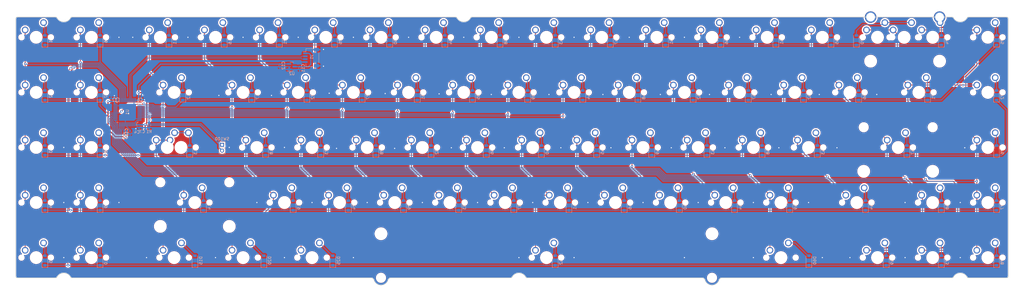
<source format=kicad_pcb>
(kicad_pcb (version 20221018) (generator pcbnew)
  (layers (0 "F.Cu" signal) (31 "B.Cu" signal) (34 "B.Paste" user) (35 "F.Paste" user) (36 "B.SilkS" user "B.Silkscreen") (37 "F.SilkS" user "F.Silkscreen") (38 "B.Mask" user) (39 "F.Mask" user) (44 "Edge.Cuts" user))
  (net 0 "")
  (net 1 "+3V3")
  (net 2 "GND")
  (net 3 "BOOT0")
  (net 4 "NRST")
  (net 5 "+5V")
  (net 6 "R0")
  (net 7 "Net-(D1-A)")
  (net 8 "R1")
  (net 9 "Net-(D2-A)")
  (net 10 "R2")
  (net 11 "Net-(D3-A)")
  (net 12 "R3")
  (net 13 "Net-(D4-A)")
  (net 14 "R4")
  (net 15 "Net-(D5-A)")
  (net 16 "Net-(D6-A)")
  (net 17 "Net-(D7-A)")
  (net 18 "Net-(D8-A)")
  (net 19 "Net-(D9-A)")
  (net 20 "Net-(D10-A)")
  (net 21 "Net-(D11-A)")
  (net 22 "Net-(D12-A)")
  (net 23 "Net-(D13-A)")
  (net 24 "Net-(D14-A)")
  (net 25 "Net-(D15-A)")
  (net 26 "Net-(D16-A)")
  (net 27 "Net-(D17-A)")
  (net 28 "Net-(D18-A)")
  (net 29 "Net-(D19-A)")
  (net 30 "Net-(D20-A)")
  (net 31 "Net-(D21-A)")
  (net 32 "Net-(D22-A)")
  (net 33 "Net-(D23-A)")
  (net 34 "Net-(D24-A)")
  (net 35 "Net-(D25-A)")
  (net 36 "Net-(D26-A)")
  (net 37 "Net-(D27-A)")
  (net 38 "Net-(D28-A)")
  (net 39 "Net-(D29-A)")
  (net 40 "Net-(D30-A)")
  (net 41 "Net-(D31-A)")
  (net 42 "Net-(D32-A)")
  (net 43 "Net-(D33-A)")
  (net 44 "Net-(D34-A)")
  (net 45 "Net-(D35-A)")
  (net 46 "Net-(D36-A)")
  (net 47 "Net-(D37-A)")
  (net 48 "Net-(D38-A)")
  (net 49 "Net-(D39-A)")
  (net 50 "Net-(D40-A)")
  (net 51 "Net-(D41-A)")
  (net 52 "Net-(D42-A)")
  (net 53 "Net-(D43-A)")
  (net 54 "Net-(D44-A)")
  (net 55 "Net-(D45-A)")
  (net 56 "Net-(D46-A)")
  (net 57 "Net-(D47-A)")
  (net 58 "Net-(D48-A)")
  (net 59 "Net-(D49-A)")
  (net 60 "Net-(D50-A)")
  (net 61 "Net-(D51-A)")
  (net 62 "Net-(D52-A)")
  (net 63 "Net-(D53-A)")
  (net 64 "Net-(D54-A)")
  (net 65 "Net-(D56-A)")
  (net 66 "Net-(D57-A)")
  (net 67 "Net-(D58-A)")
  (net 68 "Net-(D59-A)")
  (net 69 "Net-(D60-A)")
  (net 70 "Net-(D61-A)")
  (net 71 "Net-(D62-A)")
  (net 72 "Net-(D63-A)")
  (net 73 "Net-(D64-A)")
  (net 74 "Net-(D65-A)")
  (net 75 "Net-(D66-A)")
  (net 76 "Net-(D67-A)")
  (net 77 "Net-(D68-A)")
  (net 78 "Net-(D69-A)")
  (net 79 "Net-(D70-A)")
  (net 80 "Net-(D71-A)")
  (net 81 "Net-(D72-A)")
  (net 82 "Net-(D73-A)")
  (net 83 "Net-(D74-A)")
  (net 84 "Net-(D75-A)")
  (net 85 "Net-(D76-A)")
  (net 86 "Net-(D77-A)")
  (net 87 "Net-(D78-A)")
  (net 88 "D-")
  (net 89 "D+")
  (net 90 "C0")
  (net 91 "C1")
  (net 92 "C2")
  (net 93 "C3")
  (net 94 "C4")
  (net 95 "C5")
  (net 96 "C6")
  (net 97 "C7")
  (net 98 "C8")
  (net 99 "C9")
  (net 100 "C10")
  (net 101 "C11")
  (net 102 "C12")
  (net 103 "C13")
  (net 104 "C14")
  (net 105 "C15")
  (net 106 "C16")
  (footprint "marbastlib-mx:SW_MX_1u" (layer "F.Cu") (at 182.776 67.95)
    (fp_text reference "SW36" hide)
    (fp_text value "MX_SW_solder")
  )
  (footprint "marbastlib-mx:SW_MX_1u" (layer "F.Cu") (at 173.251 87)
    (fp_text reference "SW33" hide)
    (fp_text value "MX_SW_solder")
  )
  (footprint "marbastlib-mx:SW_MX_1u" (layer "F.Cu") (at 49.426 106.05)
    (fp_text reference "SW10" hide)
    (fp_text value "MX_SW_solder")
  )
  (footprint "marbastlib-mx:SW_MX_1u" (layer "F.Cu") (at 85.14475 87)
    (fp_text reference "SW14" hide)
    (fp_text value "MX_SW_solder")
  )
  (footprint "marbastlib-mx:SW_MX_1u" (layer "F.Cu") (at 320.8885 29.85)
    (fp_text reference "SW70" hide)
    (fp_text value "MX_SW_solder")
  )
  (footprint "marbastlib-mx:SW_MX_1u" (layer "F.Cu") (at 244.6885 29.85)
    (fp_text reference "SW51" hide)
    (fp_text value "MX_SW_solder")
  )
  (footprint "marbastlib-mx:SW_MX_1u" (layer "F.Cu") (at 30.376 87)
    (fp_text reference "SW4" hide)
    (fp_text value "MX_SW_solder")
  )
  (footprint "marbastlib-mx:STAB_MX_2.25u" (layer "F.Cu") (at 85.14475 87)
    (fp_text reference "S3" hide)
    (fp_text value "MX_stab")
  )
  (footprint "marbastlib-mx:SW_MX_1u" (layer "F.Cu") (at 358.9885 67.95)
    (fp_text reference "SW76" hide)
    (fp_text value "MX_SW_solder")
  )
  (footprint "marbastlib-mx:SW_MX_1u" (layer "F.Cu") (at 154.201 87)
    (fp_text reference "SW29" hide)
    (fp_text value "MX_SW_solder")
  )
  (footprint "marbastlib-mx:SW_MX_1u" (layer "F.Cu") (at 30.376 48.9)
    (fp_text reference "SW2" hide)
    (fp_text value "MX_SW_solder")
  )
  (footprint "marbastlib-mx:SW_MX_1u" (layer "F.Cu") (at 358.9885 106.05)
    (fp_text reference "SW78" hide)
    (fp_text value "MX_SW_solder")
  )
  (footprint "marbastlib-mx:STAB_MX_7u" (layer "F.Cu") (at 206.5885 106.05 180)
    (fp_text reference "S4" hide)
    (fp_text value "MX_stab")
  )
  (footprint "marbastlib-mx:SW_MX_1u" (layer "F.Cu") (at 49.426 48.9)
    (fp_text reference "SW7" hide)
    (fp_text value "MX_SW_solder")
  )
  (footprint "marbastlib-mx:SW_MX_1u" (layer "F.Cu") (at 30.376 29.85)
    (fp_text reference "SW1" hide)
    (fp_text value "MX_SW_solder")
  )
  (footprint "marbastlib-mx:SW_MX_1u" (layer "F.Cu") (at 258.976 67.95)
    (fp_text reference "SW53" hide)
    (fp_text value "MX_SW_solder")
  )
  (footprint "marbastlib-mx:SW_MX_1u" (layer "F.Cu") (at 282.7885 29.85)
    (fp_text reference "SW61" hide)
    (fp_text value "MX_SW_solder")
  )
  (footprint "marbastlib-mx:SW_MX_1u" (layer "F.Cu") (at 216.1135 48.9)
    (fp_text reference "SW44" hide)
    (fp_text value "MX_SW_solder")
  )
  (footprint "marbastlib-mx:SW_MX_1u" (layer "F.Cu") (at 125.626 67.95)
    (fp_text reference "SW23" hide)
    (fp_text value "MX_SW_solder")
  )
  (footprint "marbastlib-mx:SW_MX_1u" (layer "F.Cu") (at 335.176 48.9)
    (fp_text reference "SW71" hide)
    (fp_text value "MX_SW_solder")
  )
  (footprint "marbastlib-mx:SW_MX_1u" (layer "F.Cu") (at 49.426 87)
    (fp_text reference "SW9" hide)
    (fp_text value "MX_SW_solder")
  )
  (footprint "marbastlib-mx:SW_MX_1.5u" (layer "F.Cu") (at 78.001 106.05)
    (fp_text reference "SW15" hide)
    (fp_text value "MX_SW_solder")
  )
  (footprint "marbastlib-mx:STAB_MX_P_2u" (layer "F.Cu") (at 330.4135 29.85)
    (fp_text reference "S1" hide)
    (fp_text value "MX_stab")
  )
  (footprint "marbastlib-mx:SW_MX_1.5u" (layer "F.Cu") (at 125.626 106.05)
    (fp_text reference "SW25" hide)
    (fp_text value "MX_SW_solder")
  )
  (footprint "marbastlib-mx:SW_MX_1u" (layer "F.Cu") (at 149.4385 29.85)
    (fp_text reference "SW30" hide)
    (fp_text value "MX_SW_solder")
  )
  (footprint "marbastlib-mx:SW_MX_1u" (layer "F.Cu") (at 168.4885 29.85)
    (fp_text reference "SW34" hide)
    (fp_text value "MX_SW_solder")
  )
  (footprint "marbastlib-mx:SW_MX_1u" (layer "F.Cu") (at 135.151 87)
    (fp_text reference "SW24" hide)
    (fp_text value "MX_SW_solder")
  )
  (footprint "marbastlib-mx:SW_MX_1.75u" (layer "F.Cu") (at 80.38225 67.95)
    (fp_text reference "SW13" hide)
    (fp_text value "MX_SW_solder")
  )
  (footprint "marbastlib-mx:SW_MX_1u" (layer "F.Cu") (at 211.351 87)
    (fp_text reference "SW41" hide)
    (fp_text value "MX_SW_solder")
  )
  (footprint "marbastlib-mx:SW_MX_1u" (layer "F.Cu") (at 30.376 106.05)
    (fp_text reference "SW5" hide)
    (fp_text value "MX_SW_solder")
  )
  (footprint "marbastlib-mx:SW_MX_1u" (layer "F.Cu") (at 106.576 67.95)
    (fp_text reference "SW18" hide)
    (fp_text value "MX_SW_solder")
  )
  (footprint "marbastlib-mx:SW_MX_1u" (layer "F.Cu") (at 116.101 87)
    (fp_text reference "SW19" hide)
    (fp_text value "MX_SW_solder")
  )
  (footprint "marbastlib-mx:SW_MX_1u" (layer "F.Cu") (at 358.9885 29.85)
    (fp_text reference "SW75" hide)
    (fp_text value "MX_SW_solder")
  )
  (footprint "marbastlib-mx:SW_MX_1u" (layer "F.Cu") (at 358.9885 48.9)
    (fp_text reference "SW72" hide)
    (fp_text value "MX_SW_solder")
  )
  (footprint "marbastlib-mx:SW_MX_1.5u" (layer "F.Cu") (at 78.001 48.9)
    (fp_text reference "SW12" hide)
    (fp_text value "MX_SW_solder")
  )
  (footprint "marbastlib-mx:SW_MX_1u" (layer "F.Cu") (at 30.376 67.95)
    (fp_text reference "SW3" hide)
    (fp_text value "MX_SW_solder")
  )
  (footprint "marbastlib-mx:SW_MX_1u" (layer "F.Cu") (at 339.9385 87)
    (fp_text reference "SW68" hide)
    (fp_text value "MX_SW_solder")
  )
  (footprint "marbastlib-mx:SW_MX_1u" (layer "F.Cu") (at 330.096 29.85)
    (fp_text reference "SW83" hide)
    (fp_text value "MX_SW_solder")
  )
  (footprint "marbastlib-mx:SW_MX_1u" (layer "F.Cu") (at 249.451 87)
    (fp_text reference "SW50" hide)
    (fp_text value "MX_SW_solder")
  )
  (footprint "marbastlib-mx:SW_MX_1u" (layer "F.Cu") (at 206.5885 106.05)
    (fp_text reference "SW42" hide)
    (fp_text value "MX_SW_solder")
  )
  (footprint "marbastlib-mx:SW_MX_1u" (layer "F.Cu") (at 254.2135 48.9)
    (fp_text reference "SW52" hide)
    (fp_text value "MX_SW_solder")
  )
  (footprint "marbastlib-mx:SW_MX_1u" (layer "F.Cu") (at 358.9885 87)
    (fp_text reference "SW77" hide)
    (fp_text value "MX_SW_solder")
  )
  (footprint "marbastlib-mx:SW_MX_1u" (layer "F.Cu") (at 144.676 67.95)
    (fp_text reference "SW28" hide)
    (fp_text value "MX_SW_solder")
  )
  (footprint "marbastlib-mx:SW_MX_1u" (layer "F.Cu") (at 301.8385 29.85)
    (fp_text reference "SW65" hide)
    (fp_text value "MX_SW_solder")
  )
  (footprint "marbastlib-mx:SW_MX_1u" (layer "F.Cu") (at 268.501 87)
    (fp_text reference "SW54" hide)
    (fp_text value "MX_SW_solder")
  )
  (footprint "marbastlib-mx:SW_MX_1u" (layer "F.Cu") (at 328.03225 67.95)
    (fp_text reference "SW67" hide)
    (fp_text value "MX_SW_solder")
  )
  (footprint "marbastlib-mx:SW_MX_1u" (layer "F.Cu") (at 49.426 67.95)
    (fp_text reference "SW8" hide)
    (fp_text value "MX_SW_solder")
  )
  (footprint "marbastlib-mx:SW_MX_1u" (layer "F.Cu") (at 235.1635 48.9)
    (fp_text reference "SW48" hide)
    (fp_text value "MX_SW_solder")
  )
  (footprint "marbastlib-mx:SW_MX_1u" (layer "F.Cu") (at 101.8135 106.05)
    (fp_text reference "SW20" hide)
    (fp_text value "MX_SW_solder")
  )
  (footprint "marbastlib-mx:SW_MX_1u" (layer "F.Cu") (at 320.8885 106.05)
    (fp_text reference "SW69" hide)
    (fp_text value "MX_SW_solder")
  )
  (footprint "marbastlib-mx:SW_MX_1u" (layer "F.Cu") (at 311.3635 48.9)
    (fp_text reference "SW66" hide)
    (fp_text value "MX_SW_solder")
  )
  (footprint "marbastlib-mx:SW_MX_1u" (layer "F.Cu") (at 263.7385 29.85)
    (fp_text reference "SW56" hide)
    (fp_text value "MX_SW_solder")
  )
  (footprint "marbastlib-mx:SW_MX_1u" (layer "F.Cu") (at 201.826 67.95)
    (fp_text reference "SW40" hide)
    (fp_text value "MX_SW_solder")
  )
  (footprint "marbastlib-mx:SW_MX_1u" (layer "F.Cu") (at 120.8635 48.9)
    (fp_text reference "SW22" hide)
    (fp_text value "MX_SW_solder")
  )
  (footprint "marbastlib-mx:SW_MX_1.5u" (layer "F.Cu") (at 287.551 106.05)
    (fp_text reference "SW60" hide)
    (fp_text value "MX_SW_solder")
  )
  (footprint "marbastlib-mx:SW_MX_1u" (layer "F.Cu") (at 230.401 87)
    (fp_text reference "SW46" hide)
    (fp_text value "MX_SW_solder")
  )
  (footprint "marbastlib-mx:SW_MX_1u" (layer "F.Cu") (at 192.301 87)
    (fp_text reference "SW37" hide)
    (fp_text value "MX_SW_solder")
  )
  (footprint "marbastlib-mx:SW_MX_1u" (layer "F.Cu") (at 158.9635 48.9)
    (fp_text reference "SW31" hide)
    (fp_text value "MX_SW_solder")
  )
  (footprint "marbastlib-mx:SW_MX_1u" (layer "F.Cu") (at 206.5885 29.85)
    (fp_text reference "SW43" hide)
    (fp_text value "MX_SW_solder")
  )
  (footprint "marbastlib-mx:SW_MX_1u" (layer "F.Cu") (at 73.2385 29.85)
    (fp_text reference "SW11" hide)
    (fp_text value "MX_SW_solder")
  )
  (footprint "marbastlib-mx:SW_MX_1u" (layer "F.Cu") (at 225.6385 29.85)
    (fp_text reference "SW47" hide)
    (fp_text value "MX_SW_solder")
  )
  (footprint "marbastlib-mx:SW_MX_1u" (layer "F.Cu") (at 139.9135 48.9)
    (fp_text reference "SW27" hide)
    (fp_text value "MX_SW_solder")
  )
  (footprint "marbastlib-mx:SW_MX_1u" (layer "F.Cu") (at 178.0135 48.9)
    (fp_text reference "SW35" hide)
    (fp_text value "MX_SW_solder")
  )
  (footprint "marbastlib-mx:SW_MX_1u" (layer "F.Cu") (at 49.426 29.85)
    (fp_text reference "SW6" hide)
    (fp_text value "MX_SW_solder")
  )
  (footprint "marbastlib-mx:SW_MX_1u" (layer "F.Cu") (at 220.876 67.95)
    (fp_text reference "SW45" hide)
    (fp_text value "MX_SW_solder")
  )
  (footprint "marbastlib-mx:SW_MX_1u" (layer "F.Cu") (at 287.551 87)
    (fp_text reference "SW59" hide)
    (fp_text value "MX_SW_solder")
  )
  (footprint "marbastlib-mx:SW_MX_1u" (layer "F.Cu") (at 278.026 67.95)
    (fp_text reference "SW58" hide)
    (fp_text value "MX_SW_solder")
  )
  (footprint "marbastlib-mx:SW_MX_1u" (layer "F.Cu") (at 239.926 67.95)
    (fp_text reference "SW49" hide)
    (fp_text value "MX_SW_solder")
  )
  (footprint "marbastlib-mx:SW_MX_1u" (layer "F.Cu") (at 273.2635 48.9)
    (fp_text reference "SW57" hide)
    (fp_text value "MX_SW_solder")
  )
  (footprint "marbastlib-mx:SW_MX_1u" (layer "F.Cu") (at 101.8135 48.9)
    (fp_text reference "SW17" hide)
    (fp_text value "MX_SW_solder")
  )
  (footprint "marbastlib-mx:SW_MX_1u" (layer "F.Cu") (at 92.2885 29.85)
    (fp_text reference "SW16" hide)
    (fp_text value "MX_SW_solder")
  )
  (footprint "marbastlib-mx:STAB_MX_2.25u" (layer "F.Cu") (at 328.03225 67.95)
    (fp_text reference "S2" hide)
    (fp_text value "MX_stab")
  )
  (footprint "marbastlib-mx:SW_MX_1u" (layer "F.Cu") (at 339.9385 106.05)
    (fp_text reference "SW73" hide)
    (fp_text value "MX_SW_solder")
  )
  (footprint "marbastlib-mx:SW_MX_1.75u_STP_1.25" (layer "F.Cu") (at 75.61975 67.95)
    (fp_text reference "SW84" hide)
    (fp_text value "MX_SW_solder")
  )
  (footprint "marbastlib-mx:SW_MX_1u" (layer "F.Cu") (at 313.74475 87)
    (fp_text reference "SW64" hide)
    (fp_text value "MX_SW_solder")
  )
  (footprint "marbastlib-mx:SW_MX_1u" (layer "F.Cu") (at 292.3135 48.9)
    (fp_text reference "SW62" hide)
    (fp_text value "MX_SW_solder")
  )
  (footprint "marbastlib-mx:SW_MX_1u" (layer "F.Cu") (at 297.076 67.95)
    (fp_text reference "SW63" hide)
    (fp_text value "MX_SW_solder")
  )
  (footprint "marbastlib-mx:SW_MX_1u" (layer "F.Cu") (at 163.726 67.95)
    (fp_text reference "SW32" hide)
    (fp_text value "MX_SW_solder")
  )
  (footprint "marbastlib-mx:SW_MX_1u" (layer "F.Cu") (at 187.5385 29.85)
    (fp_text reference "SW38" hide)
    (fp_text value "MX_SW_solder")
  )
  (footprint "marbastlib-mx:SW_MX_1u" (layer "F.Cu") (at 197.0635 48.9)
    (fp_text reference "SW39" hide)
    (fp_text value "MX_SW_solder")
  )
  (footprint "marbastlib-mx:SW_MX_1u" (layer "F.Cu") (at 111.3385 29.85)
    (fp_text reference "SW21" hide)
    (fp_text value "MX_SW_solder")
  )
  (footprint "marbastlib-mx:SW_MX_1u" (layer "F.Cu") (at 339.9385 29.85)
    (fp_text reference "SW74" hide)
    (fp_text value "MX_SW_solder")
  )
  (footprint "marbastlib-mx:SW_MX_1u" (layer "F.Cu") (at 130.3885 29.85)
    (fp_text reference "SW26" hide)
    (fp_text value "MX_SW_solder")
  )
  (footprint "Capacitor_SMD:C_0402_1005Metric" (layer "B.Cu") (at 61.194517 63.279394)
    (fp_text reference "C8")
    (fp_text value "1uF")
  )
  (footprint "Diode_SMD:D_SOD-123" (layer "B.Cu") (at 323.8885 107.05 90)
    (fp_text reference "D69")
    (fp_text value "D_Small")
  )
  (footprint "Diode_SMD:D_SOD-123" (layer "B.Cu") (at 266.7385 30.85 90)
    (fp_text reference "D56")
    (fp_text value "D_Small")
  )
  (footprint "Diode_SMD:D_SOD-123" (layer "B.Cu") (at 342.9385 88 90)
    (fp_text reference "D68")
    (fp_text value "D_Small")
  )
  (footprint "Diode_SMD:D_SOD-123" (layer "B.Cu") (at 81.001 49.9 90)
    (fp_text reference "D12")
    (fp_text value "D_Small")
  )
  (footprint "Diode_SMD:D_SOD-123" (layer "B.Cu") (at 204.826 68.95 90)
    (fp_text reference "D40")
    (fp_text value "D_Small")
  )
  (footprint "Diode_SMD:D_SOD-123" (layer "B.Cu") (at 281.026 68.95 90)
    (fp_text reference "D58")
    (fp_text value "D_Small")
  )
  (footprint "Diode_SMD:D_SOD-123" (layer "B.Cu") (at 223.876 68.95 90)
    (fp_text reference "D45")
    (fp_text value "D_Small")
  )
  (footprint "Diode_SMD:D_SOD-123" (layer "B.Cu") (at 161.9635 49.9 90)
    (fp_text reference "D31")
    (fp_text value "D_Small")
  )
  (footprint "Diode_SMD:D_SOD-123" (layer "B.Cu") (at 157.201 88 90)
    (fp_text reference "D29")
    (fp_text value "D_Small")
  )
  (footprint "Diode_SMD:D_SOD-123" (layer "B.Cu") (at 300.076 68.95 90)
    (fp_text reference "D63")
    (fp_text value "D_Small")
  )
  (footprint "Diode_SMD:D_SOD-123" (layer "B.Cu") (at 209.5885 30.85 90)
    (fp_text reference "D43")
    (fp_text value "D_Small")
  )
  (footprint "Diode_SMD:D_SOD-123" (layer "B.Cu") (at 313.6 30.85 90)
    (fp_text reference "D70")
    (fp_text value "D_Small")
  )
  (footprint "Diode_SMD:D_SOD-123" (layer "B.Cu") (at 214.351 88 90)
    (fp_text reference "D41")
    (fp_text value "D_Small")
  )
  (footprint "Capacitor_SMD:C_0402_1005Metric" (layer "B.Cu") (at 66.2 50.26863)
    (fp_text reference "C6")
    (fp_text value "4.7uF")
  )
  (footprint "Diode_SMD:D_SOD-123" (layer "B.Cu") (at 109 107.05 90)
    (fp_text reference "D20")
    (fp_text value "D_Small")
  )
  (footprint "Diode_SMD:D_SOD-123" (layer "B.Cu") (at 152.4385 30.85 90)
    (fp_text reference "D30")
    (fp_text value "D_Small")
  )
  (footprint "Capacitor_SMD:C_0402_1005Metric" (layer "B.Cu") (at 114.576 39.6 90)
    (fp_text reference "C12")
    (fp_text value "1uF")
  )
  (footprint "Diode_SMD:D_SOD-123" (layer "B.Cu") (at 33.376 30.85 90)
    (fp_text reference "D1")
    (fp_text value "D_Small")
  )
  (footprint "Diode_SMD:D_SOD-123" (layer "B.Cu") (at 95.2885 30.85 90)
    (fp_text reference "D16")
    (fp_text value "D_Small")
  )
  (footprint "Diode_SMD:D_SOD-123" (layer "B.Cu") (at 52.426 49.9 90)
    (fp_text reference "D7")
    (fp_text value "D_Small")
  )
  (footprint "Capacitor_SMD:C_0402_1005Metric" (layer "B.Cu") (at 66.2 51.4)
    (fp_text reference "C3")
    (fp_text value "100nF")
  )
  (footprint "Diode_SMD:D_SOD-123" (layer "B.Cu") (at 290.551 88 90)
    (fp_text reference "D59")
    (fp_text value "D_Small")
  )
  (footprint "Capacitor_SMD:C_0402_1005Metric" (layer "B.Cu") (at 61.194517 62.148023)
    (fp_text reference "C5")
    (fp_text value "10nF")
  )
  (footprint "Diode_SMD:D_SOD-123" (layer "B.Cu") (at 314.3635 49.9 90)
    (fp_text reference "D66")
    (fp_text value "D_Small")
  )
  (footprint "Diode_SMD:D_SOD-123" (layer "B.Cu") (at 295.3135 49.9 90)
    (fp_text reference "D62")
    (fp_text value "D_Small")
  )
  (footprint "Diode_SMD:D_SOD-123" (layer "B.Cu") (at 114.3385 30.85 90)
    (fp_text reference "D21")
    (fp_text value "D_Small")
  )
  (footprint "Diode_SMD:D_SOD-123" (layer "B.Cu") (at 83.38225 68.95 90)
    (fp_text reference "D13")
    (fp_text value "D_Small")
  )
  (footprint "Diode_SMD:D_SOD-123" (layer "B.Cu") (at 176.251 88 90)
    (fp_text reference "D33")
    (fp_text value "D_Small")
  )
  (footprint "Diode_SMD:D_SOD-123" (layer "B.Cu") (at 331.03225 68.95 90)
    (fp_text reference "D67")
    (fp_text value "D_Small")
  )
  (footprint "Diode_SMD:D_SOD-123" (layer "B.Cu") (at 52.426 68.95 90)
    (fp_text reference "D8")
    (fp_text value "D_Small")
  )
  (footprint "Diode_SMD:D_SOD-123" (layer "B.Cu") (at 119.101 88 90)
    (fp_text reference "D19")
    (fp_text value "D_Small")
  )
  (footprint "Diode_SMD:D_SOD-123" (layer "B.Cu") (at 233.401 88 90)
    (fp_text reference "D46")
    (fp_text value "D_Small")
  )
  (footprint "Diode_SMD:D_SOD-123" (layer "B.Cu") (at 316.74475 88 90)
    (fp_text reference "D64")
    (fp_text value "D_Small")
  )
  (footprint "Diode_SMD:D_SOD-123" (layer "B.Cu") (at 142.9135 49.9 90)
    (fp_text reference "D27")
    (fp_text value "D_Small")
  )
  (footprint "Diode_SMD:D_SOD-123" (layer "B.Cu") (at 52.426 107.05 90)
    (fp_text reference "D10")
    (fp_text value "D_Small")
  )
  (footprint "Diode_SMD:D_SOD-123" (layer "B.Cu") (at 238.1635 49.9 90)
    (fp_text reference "D48")
    (fp_text value "D_Small")
  )
  (footprint "Diode_SMD:D_SOD-123" (layer "B.Cu") (at 242.926 68.95 90)
    (fp_text reference "D49")
    (fp_text value "D_Small")
  )
  (footprint "Diode_SMD:D_SOD-123" (layer "B.Cu") (at 104.8135 49.9 90)
    (fp_text reference "D17")
    (fp_text value "D_Small")
  )
  (footprint "Diode_SMD:D_SOD-123" (layer "B.Cu") (at 123.8635 49.9 90)
    (fp_text reference "D22")
    (fp_text value "D_Small")
  )
  (footprint "Diode_SMD:D_SOD-123" (layer "B.Cu") (at 190.5385 30.85 90)
    (fp_text reference "D38")
    (fp_text value "D_Small")
  )
  (footprint "Diode_SMD:D_SOD-123" (layer "B.Cu") (at 342.9385 30.85 90)
    (fp_text reference "D74")
    (fp_text value "D_Small")
  )
  (footprint "Capacitor_SMD:C_0402_1005Metric" (layer "B.Cu") (at 56.24477 51.541422 90)
    (fp_text reference "C1")
    (fp_text value "100nF")
  )
  (footprint "Diode_SMD:D_SOD-123" (layer "B.Cu") (at 200.0635 49.9 90)
    (fp_text reference "D39")
    (fp_text value "D_Small")
  )
  (footprint "Diode_SMD:D_SOD-123" (layer "B.Cu") (at 52.426 30.85 90)
    (fp_text reference "D6")
    (fp_text value "D_Small")
  )
  (footprint "Capacitor_SMD:C_0402_1005Metric" (layer "B.Cu") (at 65.861422 60.592389 -90)
    (fp_text reference "C4")
    (fp_text value "100nF")
  )
  (footprint "Capacitor_SMD:C_0402_1005Metric" (layer "B.Cu") (at 66.992793 60.592389 -90)
    (fp_text reference "C7")
    (fp_text value "4.7uF")
  )
  (footprint "Diode_SMD:D_SOD-123" (layer "B.Cu") (at 342.9385 107.05 90)
    (fp_text reference "D73")
    (fp_text value "D_Small")
  )
  (footprint "Diode_SMD:D_SOD-123" (layer "B.Cu") (at 33.376 68.95 90)
    (fp_text reference "D3")
    (fp_text value "D_Small")
  )
  (footprint "Diode_SMD:D_SOD-123" (layer "B.Cu") (at 304.8385 30.85 90)
    (fp_text reference "D65")
    (fp_text value "D_Small")
  )
  (footprint "Diode_SMD:D_SOD-123" (layer "B.Cu") (at 252.451 88 90)
    (fp_text reference "D50")
    (fp_text value "D_Small")
  )
  (footprint "Diode_SMD:D_SOD-123" (layer "B.Cu") (at 181.0135 49.9 90)
    (fp_text reference "D35")
    (fp_text value "D_Small")
  )
  (footprint "Diode_SMD:D_SOD-123" (layer "B.Cu") (at 76.2385 30.85 90)
    (fp_text reference "D11")
    (fp_text value "D_Small")
  )
  (footprint "Diode_SMD:D_SOD-123" (layer "B.Cu") (at 228.6385 30.85 90)
    (fp_text reference "D47")
    (fp_text value "D_Small")
  )
  (footprint "Diode_SMD:D_SOD-123" (layer "B.Cu") (at 297.2 107.05 90)
    (fp_text reference "D60")
    (fp_text value "D_Small")
  )
  (footprint "Diode_SMD:D_SOD-123" (layer "B.Cu") (at 285.7885 30.85 90)
    (fp_text reference "D61")
    (fp_text value "D_Small")
  )
  (footprint "Diode_SMD:D_SOD-123" (layer "B.Cu") (at 52.426 88 90)
    (fp_text reference "D9")
    (fp_text value "D_Small")
  )
  (footprint "Diode_SMD:D_SOD-123" (layer "B.Cu") (at 361.9885 68.95 90)
    (fp_text reference "D76")
    (fp_text value "D_Small")
  )
  (footprint "Diode_SMD:D_SOD-123" (layer "B.Cu") (at 361.9885 107.05 90)
    (fp_text reference "D78")
    (fp_text value "D_Small")
  )
  (footprint "Diode_SMD:D_SOD-123" (layer "B.Cu") (at 195.301 88 90)
    (fp_text reference "D37")
    (fp_text value "D_Small")
  )
  (footprint "Connector_JST:JST_SH_SM04B-SRSS-TB_1x04-1MP_P1.00mm_Horizontal" (layer "B.Cu") (at 125.3085 36.9 -90)
    (fp_text reference "J1")
    (fp_text value "DB")
  )
  (footprint "Diode_SMD:D_SOD-123" (layer "B.Cu") (at 271.501 88 90)
    (fp_text reference "D54")
    (fp_text value "D_Small")
  )
  (footprint "Diode_SMD:D_SOD-123" (layer "B.Cu") (at 33.376 107.05 90)
    (fp_text reference "D5")
    (fp_text value "D_Small")
  )
  (footprint "Diode_SMD:D_SOD-123" (layer "B.Cu") (at 166.726 68.95 90)
    (fp_text reference "D32")
    (fp_text value "D_Small")
  )
  (footprint "Diode_SMD:D_SOD-123" (layer "B.Cu") (at 88.14475 88 90)
    (fp_text reference "D14")
    (fp_text value "D_Small")
  )
  (footprint "Diode_SMD:D_SOD-123" (layer "B.Cu") (at 361.9885 49.9 90)
    (fp_text reference "D72")
    (fp_text value "D_Small")
  )
  (footprint "Package_QFP:LQFP-48_7x7mm_P0.5mm" (layer "B.Cu") (at 61.901624 55.784062 90)
    (fp_text reference "U1")
    (fp_text value "STM32F072C8Tx")
  )
  (footprint "Diode_SMD:D_SOD-123" (layer "B.Cu") (at 219.1135 49.9 90)
    (fp_text reference "D44")
    (fp_text value "D_Small")
  )
  (footprint "Diode_SMD:D_SOD-123" (layer "B.Cu") (at 276.2635 49.9 90)
    (fp_text reference "D57")
    (fp_text value "D_Small")
  )
  (footprint "Diode_SMD:D_SOD-123" (layer "B.Cu") (at 247.6885 30.85 90)
    (fp_text reference "D51")
    (fp_text value "D_Small")
  )
  (footprint "Diode_SMD:D_SOD-123" (layer "B.Cu") (at 109.576 68.95 90)
    (fp_text reference "D18")
    (fp_text value "D_Small")
  )
  (footprint "Diode_SMD:D_SOD-123" (layer "B.Cu") (at 338.176 49.9 90)
    (fp_text reference "D71")
    (fp_text value "D_Small")
  )
  (footprint "Connector_PinHeader_2.00mm:PinHeader_1x02_P2.00mm_Vertical" (layer "B.Cu") (at 94.576 67.05 180)
    (fp_text reference "SW100")
    (fp_text value "SW_Push")
  )
  (footprint "Capacitor_SMD:C_0402_1005Metric" (layer "B.Cu") (at 62.776 62.73 -90)
    (fp_text reference "C10")
    (fp_text value "100nF")
  )
  (footprint "Diode_SMD:D_SOD-123" (layer "B.Cu") (at 361.9885 88 90)
    (fp_text reference "D77")
    (fp_text value "D_Small")
  )
  (footprint "Capacitor_SMD:C_0402_1005Metric" (layer "B.Cu") (at 121.376 40.52 90)
    (fp_text reference "C11")
    (fp_text value "1uF")
  )
  (footprint "Capacitor_SMD:C_0402_1005Metric" (layer "B.Cu") (at 57.376141 51.541422 90)
    (fp_text reference "C2")
    (fp_text value "100nF")
  )
  (footprint "Package_TO_SOT_SMD:SOT-23" (layer "B.Cu") (at 118.6625 40)
    (fp_text reference "U2")
    (fp_text value "XC6206PxxxMR")
  )
  (footprint "Diode_SMD:D_SOD-123" (layer "B.Cu") (at 261.976 68.95 90)
    (fp_text reference "D53")
    (fp_text value "D_Small")
  )
  (footprint "Diode_SMD:D_SOD-123" (layer "B.Cu") (at 209.5885 107.05 90)
    (fp_text reference "D42")
    (fp_text value "D_Small")
  )
  (footprint "Diode_SMD:D_SOD-123" (layer "B.Cu") (at 128.626 68.95 90)
    (fp_text reference "D23")
    (fp_text value "D_Small")
  )
  (footprint "Diode_SMD:D_SOD-123" (layer "B.Cu") (at 33.376 49.9 90)
    (fp_text reference "D2")
    (fp_text value "D_Small")
  )
  (footprint "Diode_SMD:D_SOD-123" (layer "B.Cu") (at 133.3885 30.85 90)
    (fp_text reference "D26")
    (fp_text value "D_Small")
  )
  (footprint "Diode_SMD:D_SOD-123" (layer "B.Cu") (at 171.4885 30.85 90)
    (fp_text reference "D34")
    (fp_text value "D_Small")
  )
  (footprint "Diode_SMD:D_SOD-123" (layer "B.Cu") (at 132.8 107.05 90)
    (fp_text reference "D25")
    (fp_text value "D_Small")
  )
  (footprint "Diode_SMD:D_SOD-123" (layer "B.Cu") (at 257.2135 49.9 90)
    (fp_text reference "D52")
    (fp_text value "D_Small")
  )
  (footprint "Diode_SMD:D_SOD-123" (layer "B.Cu") (at 147.676 68.95 90)
    (fp_text reference "D28")
    (fp_text value "D_Small")
  )
  (footprint "Diode_SMD:D_SOD-123" (layer "B.Cu") (at 33.376 88 90)
    (fp_text reference "D4")
    (fp_text value "D_Small")
  )
  (footprint "Diode_SMD:D_SOD-123" (layer "B.Cu") (at 361.9885 30.85 90)
    (fp_text reference "D75")
    (fp_text value "D_Small")
  )
  (footprint "Resistor_SMD:R_0603_1608Metric" (layer "B.Cu") (at 69.376 60.25 -90)
    (fp_text reference "R1")
    (fp_text value "10k")
  )
  (footprint "Diode_SMD:D_SOD-123" (layer "B.Cu") (at 85.2 107.05 90)
    (fp_text reference "D15")
    (fp_text value "D_Small")
  )
  (footprint "Diode_SMD:D_SOD-123" (layer "B.Cu") (at 138.151 88 90)
    (fp_text reference "D24")
    (fp_text value "D_Small")
  )
  (footprint "Diode_SMD:D_SOD-123" (layer "B.Cu") (at 185.776 68.95 90)
    (fp_text reference "D36")
    (fp_text value "D_Small")
  )
  (gr_line (start 23.376 112.55) (end 23.393037 112.67941) (stroke (width 0.2)) (layer "Edge.Cuts"))
  (gr_line (start 352.156438 22.868186) (end 352.032461 22.921506) (stroke (width 0.2)) (layer "Edge.Cuts"))
  (gr_arc (start 146.063837 113.05) (mid 146.660484 113.247496) (end 147.02146 113.761975) (stroke (width 0.2)) (layer "Edge.Cuts"))
  (gr_line (start 152.813163 113.05) (end 194.236841 113.05) (stroke (width 0.2)) (layer "Edge.Cuts"))
  (gr_line (start 23.876 22.85) (end 23.74659 22.867037) (stroke (width 0.2)) (layer "Edge.Cuts"))
  (gr_line (start 23.74659 22.867037) (end 23.626 22.916987) (stroke (width 0.2)) (layer "Edge.Cuts"))
  (gr_line (start 346.999742 112.893962) (end 347.078507 112.784375) (stroke (width 0.2)) (layer "Edge.Cuts"))
  (gr_line (start 346.770552 22.868222) (end 346.636841 22.85) (stroke (width 0.2)) (layer "Edge.Cuts"))
  (gr_arc (start 260.363837 113.05) (mid 260.960484 113.247496) (end 261.32146 113.761975) (stroke (width 0.2)) (layer "Edge.Cuts"))
  (gr_line (start 42.285993 112.784375) (end 42.364785 112.893937) (stroke (width 0.2)) (layer "Edge.Cuts"))
  (gr_line (start 365.921513 112.8) (end 365.971463 112.67941) (stroke (width 0.2)) (layer "Edge.Cuts"))
  (gr_line (start 42.364785 112.893937) (end 42.46998 112.978463) (stroke (width 0.2)) (layer "Edge.Cuts"))
  (gr_line (start 180.477258 23.006038) (end 180.398493 23.115625) (stroke (width 0.2)) (layer "Edge.Cuts"))
  (gr_line (start 37.437242 112.893962) (end 37.516007 112.784375) (stroke (width 0.2)) (layer "Edge.Cuts"))
  (gr_line (start 37.332039 112.978494) (end 37.437242 112.893962) (stroke (width 0.2)) (layer "Edge.Cuts"))
  (gr_line (start 175.628507 23.115625) (end 175.549715 23.006063) (stroke (width 0.2)) (layer "Edge.Cuts"))
  (gr_line (start 365.921513 23.1) (end 365.842053 22.996447) (stroke (width 0.2)) (layer "Edge.Cuts"))
  (gr_line (start 194.236841 113.05) (end 194.370562 113.031814) (stroke (width 0.2)) (layer "Edge.Cuts"))
  (gr_line (start 352.290159 22.85) (end 352.156438 22.868186) (stroke (width 0.2)) (layer "Edge.Cuts"))
  (gr_line (start 351.848493 112.784375) (end 351.927285 112.893937) (stroke (width 0.2)) (layer "Edge.Cuts"))
  (gr_line (start 37.437215 23.006063) (end 37.33202 22.921537) (stroke (width 0.2)) (layer "Edge.Cuts"))
  (gr_arc (start 347.078507 112.784375) (mid 349.4635 111.35) (end 351.848493 112.784375) (stroke (width 0.2)) (layer "Edge.Cuts"))
  (gr_line (start 23.376 23.35) (end 23.376 112.55) (stroke (width 0.2)) (layer "Edge.Cuts"))
  (gr_arc (start 351.848493 23.115625) (mid 349.4635 24.55) (end 347.078507 23.115625) (stroke (width 0.2)) (layer "Edge.Cuts"))
  (gr_line (start 365.971463 23.22059) (end 365.921513 23.1) (stroke (width 0.2)) (layer "Edge.Cuts"))
  (gr_line (start 175.320552 22.868222) (end 175.186841 22.85) (stroke (width 0.2)) (layer "Edge.Cuts"))
  (gr_line (start 365.4885 22.85) (end 352.290159 22.85) (stroke (width 0.2)) (layer "Edge.Cuts"))
  (gr_line (start 194.494539 112.978494) (end 194.599742 112.893962) (stroke (width 0.2)) (layer "Edge.Cuts"))
  (gr_line (start 37.074341 113.05) (end 37.208062 113.031814) (stroke (width 0.2)) (layer "Edge.Cuts"))
  (gr_line (start 365.61791 22.867037) (end 365.4885 22.85) (stroke (width 0.2)) (layer "Edge.Cuts"))
  (gr_line (start 365.7385 112.983013) (end 365.842053 112.903553) (stroke (width 0.2)) (layer "Edge.Cuts"))
  (gr_line (start 37.208062 113.031814) (end 37.332039 112.978494) (stroke (width 0.2)) (layer "Edge.Cuts"))
  (gr_line (start 175.549715 23.006063) (end 175.44452 22.921537) (stroke (width 0.2)) (layer "Edge.Cuts"))
  (gr_circle (center 30.376 29.85) (end 31.876 29.85) (stroke (width 0.2)) (fill none) (layer "Edge.Cuts"))
  (gr_line (start 23.74659 113.032963) (end 23.876 113.05) (stroke (width 0.2)) (layer "Edge.Cuts"))
  (gr_line (start 37.33202 22.921537) (end 37.208052 22.868222) (stroke (width 0.2)) (layer "Edge.Cuts"))
  (gr_line (start 23.393037 112.67941) (end 23.442987 112.8) (stroke (width 0.2)) (layer "Edge.Cuts"))
  (gr_line (start 351.927258 23.006038) (end 351.848493 23.115625) (stroke (width 0.2)) (layer "Edge.Cuts"))
  (gr_line (start 199.63248 112.978463) (end 199.756448 113.031778) (stroke (width 0.2)) (layer "Edge.Cuts"))
  (gr_line (start 199.756448 113.031778) (end 199.890159 113.05) (stroke (width 0.2)) (layer "Edge.Cuts"))
  (gr_line (start 42.46998 112.978463) (end 42.593948 113.031778) (stroke (width 0.2)) (layer "Edge.Cuts"))
  (gr_line (start 346.770562 113.031814) (end 346.894539 112.978494) (stroke (width 0.2)) (layer "Edge.Cuts"))
  (gr_arc (start 194.678507 112.784375) (mid 197.0635 111.35) (end 199.448493 112.784375) (stroke (width 0.2)) (layer "Edge.Cuts"))
  (gr_line (start 23.393037 23.22059) (end 23.376 23.35) (stroke (width 0.2)) (layer "Edge.Cuts"))
  (gr_arc (start 37.516007 112.784375) (mid 39.901 111.35) (end 42.285993 112.784375) (stroke (width 0.2)) (layer "Edge.Cuts"))
  (gr_arc (start 180.398493 23.115625) (mid 178.0135 24.55) (end 175.628507 23.115625) (stroke (width 0.2)) (layer "Edge.Cuts"))
  (gr_line (start 23.626 112.983013) (end 23.74659 113.032963) (stroke (width 0.2)) (layer "Edge.Cuts"))
  (gr_line (start 23.442987 23.1) (end 23.393037 23.22059) (stroke (width 0.2)) (layer "Edge.Cuts"))
  (gr_line (start 365.4885 113.05) (end 365.61791 113.032963) (stroke (width 0.2)) (layer "Edge.Cuts"))
  (gr_line (start 365.971463 112.67941) (end 365.9885 112.55) (stroke (width 0.2)) (layer "Edge.Cuts"))
  (gr_line (start 180.840159 22.85) (end 180.706438 22.868186) (stroke (width 0.2)) (layer "Edge.Cuts"))
  (gr_line (start 42.469961 22.921506) (end 42.364758 23.006038) (stroke (width 0.2)) (layer "Edge.Cuts"))
  (gr_line (start 346.89452 22.921537) (end 346.770552 22.868222) (stroke (width 0.2)) (layer "Edge.Cuts"))
  (gr_line (start 365.61791 113.032963) (end 365.7385 112.983013) (stroke (width 0.2)) (layer "Edge.Cuts"))
  (gr_arc (start 42.285993 23.115625) (mid 39.901 24.55) (end 37.516007 23.115625) (stroke (width 0.2)) (layer "Edge.Cuts"))
  (gr_line (start 180.582461 22.921506) (end 180.477258 23.006038) (stroke (width 0.2)) (layer "Edge.Cuts"))
  (gr_line (start 42.727659 113.05) (end 146.063837 113.05) (stroke (width 0.2)) (layer "Edge.Cuts"))
  (gr_line (start 199.448493 112.784375) (end 199.527285 112.893937) (stroke (width 0.2)) (layer "Edge.Cuts"))
  (gr_line (start 199.527285 112.893937) (end 199.63248 112.978463) (stroke (width 0.2)) (layer "Edge.Cuts"))
  (gr_line (start 42.593948 113.031778) (end 42.727659 113.05) (stroke (width 0.2)) (layer "Edge.Cuts"))
  (gr_line (start 365.842053 112.903553) (end 365.921513 112.8) (stroke (width 0.2)) (layer "Edge.Cuts"))
  (gr_line (start 346.999715 23.006063) (end 346.89452 22.921537) (stroke (width 0.2)) (layer "Edge.Cuts"))
  (gr_line (start 346.636841 113.05) (end 346.770562 113.031814) (stroke (width 0.2)) (layer "Edge.Cuts"))
  (gr_line (start 365.842053 22.996447) (end 365.7385 22.916987) (stroke (width 0.2)) (layer "Edge.Cuts"))
  (gr_line (start 180.706438 22.868186) (end 180.582461 22.921506) (stroke (width 0.2)) (layer "Edge.Cuts"))
  (gr_line (start 346.636841 22.85) (end 180.840159 22.85) (stroke (width 0.2)) (layer "Edge.Cuts"))
  (gr_line (start 23.522447 22.996447) (end 23.442987 23.1) (stroke (width 0.2)) (layer "Edge.Cuts"))
  (gr_line (start 37.208052 22.868222) (end 37.074341 22.85) (stroke (width 0.2)) (layer "Edge.Cuts"))
  (gr_line (start 23.522447 112.903553) (end 23.626 112.983013) (stroke (width 0.2)) (layer "Edge.Cuts"))
  (gr_line (start 365.9885 112.55) (end 365.9885 23.35) (stroke (width 0.2)) (layer "Edge.Cuts"))
  (gr_line (start 175.186841 22.85) (end 42.727659 22.85) (stroke (width 0.2)) (layer "Edge.Cuts"))
  (gr_line (start 346.894539 112.978494) (end 346.999742 112.893962) (stroke (width 0.2)) (layer "Edge.Cuts"))
  (gr_line (start 194.370562 113.031814) (end 194.494539 112.978494) (stroke (width 0.2)) (layer "Edge.Cuts"))
  (gr_line (start 194.599742 112.893962) (end 194.678507 112.784375) (stroke (width 0.2)) (layer "Edge.Cuts"))
  (gr_arc (start 266.15554 113.761975) (mid 263.7385 115.559) (end 261.32146 113.761975) (stroke (width 0.2)) (layer "Edge.Cuts"))
  (gr_arc (start 151.85554 113.761975) (mid 149.4385 115.559) (end 147.02146 113.761975) (stroke (width 0.2)) (layer "Edge.Cuts"))
  (gr_line (start 42.364758 23.006038) (end 42.285993 23.115625) (stroke (width 0.2)) (layer "Edge.Cuts"))
  (gr_arc (start 151.85554 113.761975) (mid 152.216516 113.247496) (end 152.813163 113.05) (stroke (width 0.2)) (layer "Edge.Cuts"))
  (gr_line (start 42.593938 22.868186) (end 42.469961 22.921506) (stroke (width 0.2)) (layer "Edge.Cuts"))
  (gr_line (start 42.727659 22.85) (end 42.593938 22.868186) (stroke (width 0.2)) (layer "Edge.Cuts"))
  (gr_line (start 23.626 22.916987) (end 23.522447 22.996447) (stroke (width 0.2)) (layer "Edge.Cuts"))
  (gr_line (start 199.890159 113.05) (end 260.363837 113.05) (stroke (width 0.2)) (layer "Edge.Cuts"))
  (gr_line (start 352.290159 113.05) (end 365.4885 113.05) (stroke (width 0.2)) (layer "Edge.Cuts"))
  (gr_line (start 352.032461 22.921506) (end 351.927258 23.006038) (stroke (width 0.2)) (layer "Edge.Cuts"))
  (gr_line (start 352.03248 112.978463) (end 352.156448 113.031778) (stroke (width 0.2)) (layer "Edge.Cuts"))
  (gr_line (start 267.113163 113.05) (end 346.636841 113.05) (stroke (width 0.2)) (layer "Edge.Cuts"))
  (gr_line (start 352.156448 113.031778) (end 352.290159 113.05) (stroke (width 0.2)) (layer "Edge.Cuts"))
  (gr_line (start 37.516007 23.115625) (end 37.437215 23.006063) (stroke (width 0.2)) (layer "Edge.Cuts"))
  (gr_line (start 351.927285 112.893937) (end 352.03248 112.978463) (stroke (width 0.2)) (layer "Edge.Cuts"))
  (gr_line (start 23.876 113.05) (end 37.074341 113.05) (stroke (width 0.2)) (layer "Edge.Cuts"))
  (gr_arc (start 266.15554 113.761975) (mid 266.516516 113.247496) (end 267.113163 113.05) (stroke (width 0.2)) (layer "Edge.Cuts"))
  (gr_line (start 175.44452 22.921537) (end 175.320552 22.868222) (stroke (width 0.2)) (layer "Edge.Cuts"))
  (gr_line (start 365.7385 22.916987) (end 365.61791 22.867037) (stroke (width 0.2)) (layer "Edge.Cuts"))
  (gr_line (start 37.074341 22.85) (end 23.876 22.85) (stroke (width 0.2)) (layer "Edge.Cuts"))
  (gr_line (start 23.442987 112.8) (end 23.522447 112.903553) (stroke (width 0.2)) (layer "Edge.Cuts"))
  (gr_line (start 365.9885 23.35) (end 365.971463 23.22059) (stroke (width 0.2)) (layer "Edge.Cuts"))
  (gr_line (start 347.078507 23.115625) (end 346.999715 23.006063) (stroke (width 0.2)) (layer "Edge.Cuts"))
  (segment (start 55.176 52.05) (end 55.176 61.65) (width 0.381) (layer "F.Cu") (net 1))
  (segment (start 68.5665 51.777436) (end 68.550526 51.79341) (width 0.381) (layer "F.Cu") (net 1))
  (segment (start 68.05 60.05) (end 68 60) (width 0.381) (layer "F.Cu") (net 1))
  (segment (start 65.8 49) (end 66.926 49) (width 0.381) (layer "F.Cu") (net 1))
  (segment (start 60.834517 64.634517) (end 60.834517 64.2) (width 0.381) (layer "F.Cu") (net 1))
  (segment (start 66.926 49) (end 68.5665 50.6405) (width 0.381) (layer "F.Cu") (net 1))
  (segment (start 68 62) (end 64.8 65.2) (width 0.381) (layer "F.Cu") (net 1))
  (segment (start 61.4 65.2) (end 60.834517 64.634517) (width 0.381) (layer "F.Cu") (net 1))
  (segment (start 55.176 61.65) (end 57.726 64.2) (width 0.381) (layer "F.Cu") (net 1))
  (segment (start 68.5665 50.6405) (end 68.5665 51.777436) (width 0.381) (layer "F.Cu") (net 1))
  (segment (start 68 60) (end 68 62) (width 0.381) (layer "F.Cu") (net 1))
  (segment (start 68.550526 59.449474) (end 68 60) (width 0.381) (layer "F.Cu") (net 1))
  (segment (start 68.550526 51.79341) (end 68.550526 59.449474) (width 0.381) (layer "F.Cu") (net 1))
  (segment (start 64.8 65.2) (end 61.4 65.2) (width 0.381) (layer "F.Cu") (net 1))
  (segment (start 57.726 64.2) (end 60.834517 64.2) (width 0.381) (layer "F.Cu") (net 1))
  (via (at 65.8 49) (size 0.8) (drill 0.4) (layers "F.Cu" "B.Cu") (net 1))
  (via (at 60.834517 64.2) (size 0.8) (drill 0.4) (layers "F.Cu" "B.Cu") (net 1))
  (via (at 68 60) (size 0.8) (drill 0.4) (layers "F.Cu" "B.Cu") (net 1))
  (via (at 55.176 52.05) (size 0.8) (drill 0.4) (layers "F.Cu" "B.Cu") (net 1))
  (segment (start 64.857951 60.112389) (end 64.692124 59.946562) (width 0.381) (layer "B.Cu") (net 1))
  (segment (start 60.714517 63.279394) (end 60.714517 62.148023) (width 0.381) (layer "B.Cu") (net 1))
  (segment (start 65.8 50.18863) (end 65.72 50.26863) (width 0.381) (layer "B.Cu") (net 1))
  (segment (start 68 60) (end 67.887611 60.112389) (width 0.381) (layer "B.Cu") (net 1))
  (segment (start 65.8 46.626) (end 65.8 49) (width 0.381) (layer "B.Cu") (net 1))
  (segment (start 60.834517 64.2) (end 60.714517 64.08) (width 0.381) (layer "B.Cu") (net 1))
  (segment (start 87.012472 60.2155) (end 93.5105 66.713528) (width 0.381) (layer "B.Cu") (net 1))
  (segment (start 116 39.12) (end 73.306 39.12) (width 0.381) (layer "B.Cu") (net 1))
  (segment (start 68 60) (end 68.2155 60.2155) (width 0.381) (layer "B.Cu") (net 1))
  (segment (start 65.498438 51.621562) (end 64.692124 51.621562) (width 0.381) (layer "B.Cu") (net 1))
  (segment (start 56.24477 52.021422) (end 57.376141 52.021422) (width 0.381) (layer "B.Cu") (net 1))
  (segment (start 117.725 39.05) (end 116.07 39.05) (width 0.381) (layer "B.Cu") (net 1))
  (segment (start 64.651624 59.174376) (end 64.651624 59.946562) (width 0.254) (layer "B.Cu") (net 1))
  (segment (start 65.291938 58.534062) (end 64.651624 59.174376) (width 0.254) (layer "B.Cu") (net 1))
  (segment (start 57.376141 52.021422) (end 57.376141 52.630579) (width 0.381) (layer "B.Cu") (net 1))
  (segment (start 60.651624 62.08513) (end 60.714517 62.148023) (width 0.254) (layer "B.Cu") (net 1))
  (segment (start 60.714517 64.08) (end 60.714517 63.279394) (width 0.381) (layer "B.Cu") (net 1))
  (segment (start 56.24477 52.021422) (end 55.204578 52.021422) (width 0.381) (layer "B.Cu") (net 1))
  (segment (start 65.861422 60.112389) (end 64.857951 60.112389) (width 0.381) (layer "B.Cu") (net 1))
  (segment (start 73.306 39.12) (end 65.8 46.626) (width 0.381) (layer "B.Cu") (net 1))
  (segment (start 65.72 51.4) (end 65.498438 51.621562) (width 0.381) (layer "B.Cu") (net 1))
  (segment (start 65.72 50.26863) (end 65.72 51.4) (width 0.381) (layer "B.Cu") (net 1))
  (segment (start 93.5105 66.713528) (end 93.5105 67.9845) (width 0.381) (layer "B.Cu") (net 1))
  (segment (start 65.8 49) (end 65.8 50.18863) (width 0.381) (layer "B.Cu") (net 1))
  (segment (start 116.07 39.05) (end 116 39.12) (width 0.381) (layer "B.Cu") (net 1))
  (segment (start 57.376141 52.630579) (end 57.739124 52.993562) (width 0.381) (layer "B.Cu") (net 1))
  (segment (start 67.887611 60.112389) (end 66.992793 60.112389) (width 0.381) (layer "B.Cu") (net 1))
  (segment (start 93.5105 67.9845) (end 94.576 69.05) (width 0.381) (layer "B.Cu") (net 1))
  (segment (start 66.992793 60.112389) (end 65.861422 60.112389) (width 0.381) (layer "B.Cu") (net 1))
  (segment (start 68.2155 60.2155) (end 87.012472 60.2155) (width 0.381) (layer "B.Cu") (net 1))
  (segment (start 55.204578 52.021422) (end 55.176 52.05) (width 0.381) (layer "B.Cu") (net 1))
  (segment (start 66.064124 58.534062) (end 65.291938 58.534062) (width 0.254) (layer "B.Cu") (net 1))
  (segment (start 60.651624 59.946562) (end 60.651624 62.08513) (width 0.254) (layer "B.Cu") (net 1))
  (via (at 39.901 67.95) (size 0.8) (drill 0.4) (layers "F.Cu" "B.Cu") (net 2))
  (via (at 187.524852 49.634251) (size 0.8) (drill 0.4) (layers "F.Cu" "B.Cu") (net 2))
  (via (at 301.8385 106.05) (size 0.8) (drill 0.4) (layers "F.Cu" "B.Cu") (net 2))
  (via (at 220.876 87) (size 0.8) (drill 0.4) (layers "F.Cu" "B.Cu") (net 2))
  (via (at 101.8135 29.85) (size 0.8) (drill 0.4) (layers "F.Cu" "B.Cu") (net 2))
  (via (at 284.154842 49.634251) (size 0.8) (drill 0.4) (layers "F.Cu" "B.Cu") (net 2))
  (via (at 158.9635 29.85) (size 0.8) (drill 0.4) (layers "F.Cu" "B.Cu") (net 2))
  (via (at 120.8635 29.85) (size 0.8) (drill 0.4) (layers "F.Cu" "B.Cu") (net 2))
  (via (at 192.024457 68.058377) (size 0.8) (drill 0.4) (layers "F.Cu" "B.Cu") (net 2))
  (via (at 197.0635 106.05) (size 0.8) (drill 0.4) (layers "F.Cu" "B.Cu") (net 2))
  (via (at 273.2635 29.85) (size 0.8) (drill 0.4) (layers "F.Cu" "B.Cu") (net 2))
  (via (at 62.276 56.15) (size 0.8) (drill 0.4) (layers "F.Cu" "B.Cu") (net 2))
  (via (at 278.026 87) (size 0.8) (drill 0.4) (layers "F.Cu" "B.Cu") (net 2))
  (via (at 92.2885 106.05) (size 0.8) (drill 0.4) (layers "F.Cu" "B.Cu") (net 2))
  (via (at 197.0635 29.85) (size 0.8) (drill 0.4) (layers "F.Cu" "B.Cu") (net 2))
  (via (at 245.90473 49.634251) (size 0.8) (drill 0.4) (layers "F.Cu" "B.Cu") (net 2))
  (via (at 320.631035 49.634251) (size 0.8) (drill 0.4) (layers "F.Cu" "B.Cu") (net 2))
  (via (at 286.818212 68.058377) (size 0.8) (drill 0.4) (layers "F.Cu" "B.Cu") (net 2))
  (via (at 67.776 51.45) (size 0.8) (drill 0.4) (layers "F.Cu" "B.Cu") (net 2))
  (via (at 201.826 87) (size 0.8) (drill 0.4) (layers "F.Cu" "B.Cu") (net 2))
  (via (at 64.776 61.45) (size 0.8) (drill 0.4) (layers "F.Cu" "B.Cu") (net 2))
  (via (at 63.7135 29.85) (size 0.8) (drill 0.4) (layers "F.Cu" "B.Cu") (net 2))
  (via (at 58.951 87) (size 0.8) (drill 0.4) (layers "F.Cu" "B.Cu") (net 2))
  (via (at 129.576 39.85) (size 0.8) (drill 0.4) (layers "F.Cu" "B.Cu") (net 2))
  (via (at 129.576 34.05) (size 0.8) (drill 0.4) (layers "F.Cu" "B.Cu") (net 2))
  (via (at 61.83452 64.2) (size 0.8) (drill 0.4) (layers "F.Cu" "B.Cu") (net 2))
  (via (at 262.867823 49.634251) (size 0.8) (drill 0.4) (layers "F.Cu" "B.Cu") (net 2))
  (via (at 82.7635 29.85) (size 0.8) (drill 0.4) (layers "F.Cu" "B.Cu") (net 2))
  (via (at 93.451372 49.959382) (size 0.8) (drill 0.4) (layers "F.Cu" "B.Cu") (net 2))
  (via (at 311.3635 106.05) (size 0.8) (drill 0.4) (layers "F.Cu" "B.Cu") (net 2))
  (via (at 297.076 87) (size 0.8) (drill 0.4) (layers "F.Cu" "B.Cu") (net 2))
  (via (at 134.08058 68.275131) (size 0.8) (drill 0.4) (layers "F.Cu" "B.Cu") (net 2))
  (via (at 173.730925 68.058377) (size 0.8) (drill 0.4) (layers "F.Cu" "B.Cu") (net 2))
  (via (at 163.726 87) (size 0.8) (drill 0.4) (layers "F.Cu" "B.Cu") (net 2))
  (via (at 57.376 50.05) (size 0.8) (drill 0.4) (layers "F.Cu" "B.Cu") (net 2))
  (via (at 300.785325 49.634251) (size 0.8) (drill 0.4) (layers "F.Cu" "B.Cu") (net 2))
  (via (at 144.676 87) (size 0.8) (drill 0.4) (layers "F.Cu" "B.Cu") (net 2))
  (via (at 239.926 87) (size 0.8) (drill 0.4) (layers "F.Cu" "B.Cu") (net 2))
  (via (at 216.1135 29.85) (size 0.8) (drill 0.4) (layers "F.Cu" "B.Cu") (net 2))
  (via (at 139.9135 106.05) (size 0.8) (drill 0.4) (layers "F.Cu" "B.Cu") (net 2))
  (via (at 150.888044 49.309119) (size 0.8) (drill 0.4) (layers "F.Cu" "B.Cu") (net 2))
  (via (at 97.051 67.95) (size 0.8) (drill 0.4) (layers "F.Cu" "B.Cu") (net 2))
  (via (at 268.19207 68.058377) (size 0.8) (drill 0.4) (layers "F.Cu" "B.Cu") (net 2))
  (via (at 278.026 106.05) (size 0.8) (drill 0.4) (layers "F.Cu" "B.Cu") (net 2))
  (via (at 106.576 87) (size 0.8) (drill 0.4) (layers "F.Cu" "B.Cu") (net 2))
  (via (at 258.976 87) (size 0.8) (drill 0.4) (layers "F.Cu" "B.Cu") (net 2))
  (via (at 58.951 29.85) (size 0.8) (drill 0.4) (layers "F.Cu" "B.Cu") (net 2))
  (via (at 216.1135 106.05) (size 0.8) (drill 0.4) (layers "F.Cu" "B.Cu") (net 2))
  (via (at 178.0135 29.85) (size 0.8) (drill 0.4) (layers "F.Cu" "B.Cu") (net 2))
  (via (at 111.622763 49.959382) (size 0.8) (drill 0.4) (layers "F.Cu" "B.Cu") (net 2))
  (via (at 125.626 87) (size 0.8) (drill 0.4) (layers "F.Cu" "B.Cu") (net 2))
  (via (at 249.676799 68.058377) (size 0.8) (drill 0.4) (layers "F.Cu" "B.Cu") (net 2))
  (via (at 349.4635 87) (size 0.8) (drill 0.4) (layers "F.Cu" "B.Cu") (net 2))
  (via (at 39.901 87) (size 0.8) (drill 0.4) (layers "F.Cu" "B.Cu") (net 2))
  (via (at 349.4635 106.05) (size 0.8) (drill 0.4) (layers "F.Cu" "B.Cu") (net 2))
  (via (at 226.05902 49.634251) (size 0.8) (drill 0.4) (layers "F.Cu" "B.Cu") (net 2))
  (via (at 254.2135 106.05) (size 0.8) (drill 0.4) (layers "F.Cu" "B.Cu") (net 2))
  (via (at 154.14803 68.275131) (size 0.8) (drill 0.4) (layers "F.Cu" "B.Cu") (net 2))
  (via (at 330.4135 87) (size 0.8) (drill 0.4) (layers "F.Cu" "B.Cu") (net 2))
  (via (at 207.432879 49.634251) (size 0.8) (drill 0.4) (layers "F.Cu" "B.Cu") (net 2))
  (via (at 68.476 106.05) (size 0.8) (drill 0.4) (layers "F.Cu" "B.Cu") (net 2))
  (via (at 139.9135 29.85) (size 0.8) (drill 0.4) (layers "F.Cu" "B.Cu") (net 2))
  (via (at 39.901 106.05) (size 0.8) (drill 0.4) (layers "F.Cu" "B.Cu") (net 2))
  (via (at 116.101 106.05) (size 0.8) (drill 0.4) (layers "F.Cu" "B.Cu") (net 2))
  (via (at 182.776 87) (size 0.8) (drill 0.4) (layers "F.Cu" "B.Cu") (net 2))
  (via (at 330.4135 106.05) (size 0.8) (drill 0.4) (layers "F.Cu" "B.Cu") (net 2))
  (via (at 306.885661 68.058377) (size 0.8) (drill 0.4) (layers "F.Cu" "B.Cu") (net 2))
  (via (at 228.83326 68.058377) (size 0.8) (drill 0.4) (layers "F.Cu" "B.Cu") (net 2))
  (via (at 254.2135 29.85) (size 0.8) (drill 0.4) (layers "F.Cu" "B.Cu") (net 2))
  (via (at 131.555608 49.200742) (size 0.8) (drill 0.4) (layers "F.Cu" "B.Cu") (net 2))
  (via (at 351.011877 68.058377) (size 0.8) (drill 0.4) (layers "F.Cu" "B.Cu") (net 2))
  (via (at 169.507899 49.417496) (size 0.8) (drill 0.4) (layers "F.Cu" "B.Cu") (net 2))
  (via (at 116.101 67.95) (size 0.8) (drill 0.4) (layers "F.Cu" "B.Cu") (net 2))
  (via (at 211.537557 68.058377) (size 0.8) (drill 0.4) (layers "F.Cu" "B.Cu") (net 2))
  (via (at 235.1635 29.85) (size 0.8) (drill 0.4) (layers "F.Cu" "B.Cu") (net 2))
  (segment (start 61.674517 63.279394) (end 61.674517 64.039997) (width 0.381) (layer "B.Cu") (net 2))
  (segment (start 65.861422 61.072389) (end 66.992793 61.072389) (width 0.381) (layer "B.Cu") (net 2))
  (segment (start 65.861422 61.072389) (end 65.153611 61.072389) (width 0.381) (layer "B.Cu") (net 2))
  (segment (start 66.68 50.26863) (end 66.68 51.4) (width 0.381) (layer "B.Cu") (net 2))
  (segment (start 57.376141 50.050141) (end 57.376 50.05) (width 0.381) (layer "B.Cu") (net 2))
  (segment (start 56.24477 51.061422) (end 57.376141 51.061422) (width 0.381) (layer "B.Cu") (net 2))
  (segment (start 62.276 56.15) (end 64.151624 54.274376) (width 0.254) (layer "B.Cu") (net 2))
  (segment (start 67.726 51.4) (end 67.776 51.45) (width 0.381) (layer "B.Cu") (net 2))
  (segment (start 65.153611 61.072389) (end 64.776 61.45) (width 0.381) (layer "B.Cu") (net 2))
  (segment (start 59.660062 53.534062) (end 64.160062 58.034062) (width 0.254) (layer "B.Cu") (net 2))
  (segment (start 129.526 34.1) (end 129.576 34.05) (width 0.381) (layer "B.Cu") (net 2))
  (segment (start 64.160062 58.034062) (end 66.064124 58.034062) (width 0.254) (layer "B.Cu") (net 2))
  (segment (start 129.426 39.7) (end 129.576 39.85) (width 0.381) (layer "B.Cu") (net 2))
  (segment (start 61.151624 59.946562) (end 61.151624 57.274376) (width 0.254) (layer "B.Cu") (net 2))
  (segment (start 66.68 51.4) (end 67.726 51.4) (width 0.381) (layer "B.Cu") (net 2))
  (segment (start 61.674517 62.148023) (end 61.674517 63.279394) (width 0.381) (layer "B.Cu") (net 2))
  (segment (start 64.151624 54.274376) (end 64.151624 51.621562) (width 0.254) (layer "B.Cu") (net 2))
  (segment (start 61.743911 63.21) (end 61.674517 63.279394) (width 0.381) (layer "B.Cu") (net 2))
  (segment (start 61.674517 64.039997) (end 61.83452 64.2) (width 0.381) (layer "B.Cu") (net 2))
  (segment (start 127.1835 34.1) (end 129.526 34.1) (width 0.381) (layer "B.Cu") (net 2))
  (segment (start 127.1835 39.7) (end 129.426 39.7) (width 0.381) (layer "B.Cu") (net 2))
  (segment (start 57.376141 51.061422) (end 57.376141 50.050141) (width 0.381) (layer "B.Cu") (net 2))
  (segment (start 61.151624 57.274376) (end 62.276 56.15) (width 0.254) (layer "B.Cu") (net 2))
  (segment (start 62.776 63.21) (end 61.743911 63.21) (width 0.381) (layer "B.Cu") (net 2))
  (segment (start 57.739124 53.534062) (end 59.660062 53.534062) (width 0.254) (layer "B.Cu") (net 2))
  (segment (start 69.341026 56.534062) (end 69.341026 58.415026) (width 0.25) (layer "F.Cu") (net 3))
  (segment (start 69.341026 58.415026) (end 69.376 58.45) (width 0.25) (layer "F.Cu") (net 3))
  (via (at 69.341026 56.534062) (size 0.8) (drill 0.4) (layers "F.Cu" "B.Cu") (net 3))
  (via (at 69.376 58.45) (size 0.8) (drill 0.4) (layers "F.Cu" "B.Cu") (net 3))
  (segment (start 69.376 58.45) (end 69.376 59.425) (width 0.25) (layer "B.Cu") (net 3))
  (segment (start 87.225999 59.7) (end 94.576 67.05) (width 0.25) (layer "B.Cu") (net 3))
  (segment (start 69.341026 56.534062) (end 66.064124 56.534062) (width 0.25) (layer "B.Cu") (net 3))
  (segment (start 69.376 59.425) (end 69.651 59.7) (width 0.25) (layer "B.Cu") (net 3))
  (segment (start 69.651 59.7) (end 87.225999 59.7) (width 0.25) (layer "B.Cu") (net 3))
  (segment (start 61.651624 59.946562) (end 61.651624 60.751826) (width 0.25) (layer "B.Cu") (net 4))
  (segment (start 62.776 61.876202) (end 62.776 62.25) (width 0.25) (layer "B.Cu") (net 4))
  (segment (start 61.651624 60.751826) (end 62.776 61.876202) (width 0.25) (layer "B.Cu") (net 4))
  (segment (start 125.2 39.2) (end 124.36 40.04) (width 0.381) (layer "B.Cu") (net 5))
  (segment (start 121.2 40.04) (end 119.64 40.04) (width 0.381) (layer "B.Cu") (net 5))
  (segment (start 124.6 35.4) (end 125.2 36) (width 0.381) (layer "B.Cu") (net 5))
  (segment (start 123.3085 35.4) (end 124.6 35.4) (width 0.381) (layer "B.Cu") (net 5))
  (segment (start 124.36 40.04) (end 121.2 40.04) (width 0.381) (layer "B.Cu") (net 5))
  (segment (start 119.64 40.04) (end 119.6 40) (width 0.381) (layer "B.Cu") (net 5))
  (segment (start 125.2 36) (end 125.2 39.2) (width 0.381) (layer "B.Cu") (net 5))
  (segment (start 313.6 32.5) (end 342.9385 32.5) (width 0.25) (layer "B.Cu") (net 6))
  (segment (start 61.151624 47.131874) (end 61.151624 51.621562) (width 0.25) (layer "B.Cu") (net 6))
  (segment (start 76.2385 32.5) (end 52.426 32.5) (width 0.25) (layer "B.Cu") (net 6))
  (segment (start 76.2385 32.5) (end 313.6 32.5) (width 0.25) (layer "B.Cu") (net 6))
  (segment (start 52.426 32.5) (end 52.426 38.40625) (width 0.25) (layer "B.Cu") (net 6))
  (segment (start 52.426 38.40625) (end 61.151624 47.131874) (width 0.25) (layer "B.Cu") (net 6))
  (segment (start 52.426 32.5) (end 33.376 32.5) (width 0.25) (layer "B.Cu") (net 6))
  (segment (start 33.376 29.2) (end 33.376 25.23) (width 0.254) (layer "B.Cu") (net 7))
  (segment (start 33.376 25.23) (end 32.916 24.77) (width 0.254) (layer "B.Cu") (net 7))
  (segment (start 59.801 55.425) (end 62.176 53.05) (width 0.25) (layer "F.Cu") (net 8))
  (segment (start 62.176 53.05) (end 67.335062 53.05) (width 0.25) (layer "F.Cu") (net 8))
  (segment (start 67.335062 53.05) (end 67.576 52.809062) (width 0.25) (layer "F.Cu") (net 8))
  (via (at 67.576 52.809062) (size 0.8) (drill 0.4) (layers "F.Cu" "B.Cu") (net 8))
  (via (at 59.801 55.425) (size 0.8) (drill 0.4) (layers "F.Cu" "B.Cu") (net 8))
  (segment (start 361.9885 32.5) (end 342.9385 51.55) (width 0.254) (layer "B.Cu") (net 8))
  (segment (start 52.426 53.5) (end 54.960062 56.034062) (width 0.25) (layer "B.Cu") (net 8))
  (segment (start 81.001 51.625) (end 81.001 51.55) (width 0.25) (layer "B.Cu") (net 8))
  (segment (start 75.526 54) (end 78.626 54) (width 0.25) (layer "B.Cu") (net 8))
  (segment (start 67.576 52.809062) (end 67.851 53.084062) (width 0.25) (layer "B.Cu") (net 8))
  (segment (start 71.200644 53.55) (end 73.340695 53.55) (width 0.25) (layer "B.Cu") (net 8))
  (segment (start 54.960062 56.034062) (end 57.739124 56.034062) (width 0.25) (layer "B.Cu") (net 8))
  (segment (start 78.626 54) (end 81.001 51.625) (width 0.25) (layer "B.Cu") (net 8))
  (segment (start 59.191938 56.034062) (end 57.739124 56.034062) (width 0.25) (layer "B.Cu") (net 8))
  (segment (start 52.426 51.55) (end 52.426 53.5) (width 0.25) (layer "B.Cu") (net 8))
  (segment (start 67.851 53.084062) (end 70.734706 53.084062) (width 0.25) (layer "B.Cu") (net 8))
  (segment (start 59.801 55.425) (end 59.191938 56.034062) (width 0.25) (layer "B.Cu") (net 8))
  (segment (start 73.340695 53.55) (end 73.890695 53) (width 0.25) (layer "B.Cu") (net 8))
  (segment (start 73.890695 53) (end 74.526 53) (width 0.25) (layer "B.Cu") (net 8))
  (segment (start 342.9385 51.55) (end 338.176 51.55) (width 0.254) (layer "B.Cu") (net 8))
  (segment (start 74.526 53) (end 75.526 54) (width 0.25) (layer "B.Cu") (net 8))
  (segment (start 52.426 51.55) (end 33.376 51.55) (width 0.25) (layer "B.Cu") (net 8))
  (segment (start 70.734706 53.084062) (end 71.200644 53.55) (width 0.25) (layer "B.Cu") (net 8))
  (segment (start 338.176 51.55) (end 81.001 51.55) (width 0.25) (layer "B.Cu") (net 8))
  (segment (start 33.376 44.28) (end 32.916 43.82) (width 0.254) (layer "B.Cu") (net 9))
  (segment (start 33.376 48.25) (end 33.376 44.28) (width 0.254) (layer "B.Cu") (net 9))
  (segment (start 65.534841 70.65) (end 65.484841 70.6) (width 0.25) (layer "F.Cu") (net 10))
  (segment (start 65.484841 70.6) (end 54.176 70.6) (width 0.25) (layer "F.Cu") (net 10))
  (via (at 54.176 70.6) (size 0.8) (drill 0.4) (layers "F.Cu" "B.Cu") (net 10))
  (via (at 65.534841 70.65) (size 0.8) (drill 0.4) (layers "F.Cu" "B.Cu") (net 10))
  (segment (start 223.876938 70.599062) (end 242.925062 70.599062) (width 0.25) (layer "B.Cu") (net 10))
  (segment (start 242.925062 70.599062) (end 242.926 70.6) (width 0.25) (layer "B.Cu") (net 10))
  (segment (start 261.976 70.6) (end 281.026 70.6) (width 0.25) (layer "B.Cu") (net 10))
  (segment (start 363.826 70.6) (end 361.9885 70.6) (width 0.254) (layer "B.Cu") (net 10))
  (segment (start 185.776 70.6) (end 204.826 70.6) (width 0.25) (layer "B.Cu") (net 10))
  (segment (start 204.826 70.6) (end 223.876 70.6) (width 0.25) (layer "B.Cu") (net 10))
  (segment (start 59.9 61.99105) (end 60.151624 61.739426) (width 0.25) (layer "B.Cu") (net 10))
  (segment (start 281.026 70.6) (end 300.076 70.6) (width 0.25) (layer "B.Cu") (net 10))
  (segment (start 365.376 54.9375) (end 365.376 69.05) (width 0.254) (layer "B.Cu") (net 10))
  (segment (start 361.9885 51.55) (end 365.376 54.9375) (width 0.254) (layer "B.Cu") (net 10))
  (segment (start 109.576 70.6) (end 128.626 70.6) (width 0.25) (layer "B.Cu") (net 10))
  (segment (start 331.03225 70.6) (end 361.9885 70.6) (width 0.25) (layer "B.Cu") (net 10))
  (segment (start 54.176 70.6) (end 52.426 70.6) (width 0.25) (layer "B.Cu") (net 10))
  (segment (start 83.38225 70.6) (end 109.576 70.6) (width 0.25) (layer "B.Cu") (net 10))
  (segment (start 223.876 70.6) (end 223.876938 70.599062) (width 0.25) (layer "B.Cu") (net 10))
  (segment (start 52.426 70.6) (end 33.376 70.6) (width 0.25) (layer "B.Cu") (net 10))
  (segment (start 83.33225 70.65) (end 83.38225 70.6) (width 0.25) (layer "B.Cu") (net 10))
  (segment (start 242.926 70.6) (end 242.976 70.65) (width 0.25) (layer "B.Cu") (net 10))
  (segment (start 261.926 70.65) (end 261.976 70.6) (width 0.25) (layer "B.Cu") (net 10))
  (segment (start 300.076 70.6) (end 331.03225 70.6) (width 0.25) (layer "B.Cu") (net 10))
  (segment (start 64.904772 70.65) (end 59.9 65.645228) (width 0.25) (layer "B.Cu") (net 10))
  (segment (start 365.376 69.05) (end 363.826 70.6) (width 0.254) (layer "B.Cu") (net 10))
  (segment (start 242.976 70.65) (end 261.926 70.65) (width 0.25) (layer "B.Cu") (net 10))
  (segment (start 60.151624 61.739426) (end 60.151624 59.946562) (width 0.25) (layer "B.Cu") (net 10))
  (segment (start 65.534841 70.65) (end 64.904772 70.65) (width 0.25) (layer "B.Cu") (net 10))
  (segment (start 65.534841 70.65) (end 83.33225 70.65) (width 0.25) (layer "B.Cu") (net 10))
  (segment (start 59.9 65.645228) (end 59.9 61.99105) (width 0.25) (layer "B.Cu") (net 10))
  (segment (start 166.726 70.6) (end 185.776 70.6) (width 0.25) (layer "B.Cu") (net 10))
  (segment (start 147.676 70.6) (end 166.726 70.6) (width 0.25) (layer "B.Cu") (net 10))
  (segment (start 128.626 70.6) (end 147.676 70.6) (width 0.25) (layer "B.Cu") (net 10))
  (segment (start 33.376 63.33) (end 32.916 62.87) (width 0.254) (layer "B.Cu") (net 11))
  (segment (start 33.376 67.3) (end 33.376 63.33) (width 0.254) (layer "B.Cu") (net 11))
  (segment (start 43.355891 40.444109) (end 41.75 42.05) (width 0.25) (layer "F.Cu") (net 12))
  (segment (start 43.355891 40.429891) (end 43.355891 40.444109) (width 0.25) (layer "F.Cu") (net 12))
  (segment (start 41.75 42.05) (end 41.75 89.2) (width 0.25) (layer "F.Cu") (net 12))
  (segment (start 41.75 89.2) (end 42.2 89.65) (width 0.25) (layer "F.Cu") (net 12))
  (via (at 42.2 89.65) (size 0.8) (drill 0.4) (layers "F.Cu" "B.Cu") (net 12))
  (via (at 43.355891 40.429891) (size 0.8) (drill 0.4) (layers "F.Cu" "B.Cu") (net 12))
  (segment (start 52.426 89.65) (end 33.376 89.65) (width 0.25) (layer "B.Cu") (net 12))
  (segment (start 43.355891 40.429891) (end 43.635782 40.15) (width 0.25) (layer "B.Cu") (net 12))
  (segment (start 52.426 89.65) (end 88.14475 89.65) (width 0.25) (layer "B.Cu") (net 12))
  (segment (start 51.624166 40.15) (end 59.151624 47.677458) (width 0.25) (layer "B.Cu") (net 12))
  (segment (start 361.9885 89.65) (end 88.14475 89.65) (width 0.25) (layer "B.Cu") (net 12))
  (segment (start 59.151624 47.677458) (end 59.151624 51.621562) (width 0.25) (layer "B.Cu") (net 12))
  (segment (start 43.635782 40.15) (end 51.624166 40.15) (width 0.25) (layer "B.Cu") (net 12))
  (segment (start 33.376 82.38) (end 32.916 81.92) (width 0.254) (layer "B.Cu") (net 13))
  (segment (start 33.376 86.35) (end 33.376 82.38) (width 0.254) (layer "B.Cu") (net 13))
  (segment (start 42.233333 40.592667) (end 42.233333 40.541361) (width 0.25) (layer "F.Cu") (net 14))
  (segment (start 41.3 41.526) (end 42.233333 40.592667) (width 0.25) (layer "F.Cu") (net 14))
  (segment (start 41.3 108.624) (end 41.3 41.526) (width 0.25) (layer "F.Cu") (net 14))
  (segment (start 41.376 108.7) (end 41.3 108.624) (width 0.25) (layer "F.Cu") (net 14))
  (via (at 42.233333 40.541361) (size 0.8) (drill 0.4) (layers "F.Cu" "B.Cu") (net 14))
  (via (at 41.376 108.7) (size 0.8) (drill 0.4) (layers "F.Cu" "B.Cu") (net 14))
  (segment (start 52.1085 108.7) (end 33.376 108.7) (width 0.25) (layer "B.Cu") (net 14))
  (segment (start 42.233333 40.527144) (end 43.060477 39.7) (width 0.25) (layer "B.Cu") (net 14))
  (segment (start 85.2 108.7) (end 361.9885 108.7) (width 0.25) (layer "B.Cu") (net 14))
  (segment (start 43.060477 39.7) (end 51.810562 39.7) (width 0.25) (layer "B.Cu") (net 14))
  (segment (start 42.233333 40.541361) (end 42.233333 40.527144) (width 0.25) (layer "B.Cu") (net 14))
  (segment (start 59.651624 47.541062) (end 59.651624 51.621562) (width 0.25) (layer "B.Cu") (net 14))
  (segment (start 85.2 108.7) (end 52.1085 108.7) (width 0.25) (layer "B.Cu") (net 14))
  (segment (start 51.810562 39.7) (end 59.651624 47.541062) (width 0.25) (layer "B.Cu") (net 14))
  (segment (start 33.376 101.43) (end 32.916 100.97) (width 0.254) (layer "B.Cu") (net 15))
  (segment (start 33.376 105.4) (end 33.376 101.43) (width 0.254) (layer "B.Cu") (net 15))
  (segment (start 52.426 29.2) (end 52.426 25.23) (width 0.254) (layer "B.Cu") (net 16))
  (segment (start 52.426 25.23) (end 51.966 24.77) (width 0.254) (layer "B.Cu") (net 16))
  (segment (start 52.426 48.25) (end 52.426 44.28) (width 0.254) (layer "B.Cu") (net 17))
  (segment (start 52.426 44.28) (end 51.966 43.82) (width 0.254) (layer "B.Cu") (net 17))
  (segment (start 52.426 63.33) (end 51.966 62.87) (width 0.254) (layer "B.Cu") (net 18))
  (segment (start 52.426 67.3) (end 52.426 63.33) (width 0.254) (layer "B.Cu") (net 18))
  (segment (start 52.426 86.35) (end 52.426 82.38) (width 0.254) (layer "B.Cu") (net 19))
  (segment (start 52.426 82.38) (end 51.966 81.92) (width 0.254) (layer "B.Cu") (net 19))
  (segment (start 52.426 105.4) (end 52.426 101.43) (width 0.254) (layer "B.Cu") (net 20))
  (segment (start 52.426 101.43) (end 51.966 100.97) (width 0.254) (layer "B.Cu") (net 20))
  (segment (start 76.2385 25.23) (end 75.7785 24.77) (width 0.254) (layer "B.Cu") (net 21))
  (segment (start 76.2385 29.2) (end 76.2385 25.23) (width 0.254) (layer "B.Cu") (net 21))
  (segment (start 81.001 44.28) (end 80.541 43.82) (width 0.254) (layer "B.Cu") (net 22))
  (segment (start 81.001 48.25) (end 81.001 44.28) (width 0.254) (layer "B.Cu") (net 22))
  (segment (start 83.38225 67.3) (end 83.38225 63.33) (width 0.254) (layer "B.Cu") (net 23))
  (segment (start 83.38225 63.33) (end 82.92225 62.87) (width 0.254) (layer "B.Cu") (net 23))
  (segment (start 82.92225 62.87) (end 78.15975 62.87) (width 0.254) (layer "B.Cu") (net 23))
  (segment (start 88.14475 86.35) (end 88.14475 82.38) (width 0.254) (layer "B.Cu") (net 24))
  (segment (start 88.14475 82.38) (end 87.68475 81.92) (width 0.254) (layer "B.Cu") (net 24))
  (segment (start 85.2 105.4) (end 84.971 105.4) (width 0.254) (layer "B.Cu") (net 25))
  (segment (start 84.971 105.4) (end 80.541 100.97) (width 0.254) (layer "B.Cu") (net 25))
  (segment (start 95.2885 29.2) (end 95.2885 25.23) (width 0.254) (layer "B.Cu") (net 26))
  (segment (start 95.2885 25.23) (end 94.8285 24.77) (width 0.254) (layer "B.Cu") (net 26))
  (segment (start 104.8135 44.28) (end 104.3535 43.82) (width 0.254) (layer "B.Cu") (net 27))
  (segment (start 104.8135 48.25) (end 104.8135 44.28) (width 0.254) (layer "B.Cu") (net 27))
  (segment (start 109.576 67.3) (end 109.576 63.33) (width 0.254) (layer "B.Cu") (net 28))
  (segment (start 109.576 63.33) (end 109.116 62.87) (width 0.254) (layer "B.Cu") (net 28))
  (segment (start 119.101 82.38) (end 118.641 81.92) (width 0.254) (layer "B.Cu") (net 29))
  (segment (start 119.101 86.35) (end 119.101 82.38) (width 0.254) (layer "B.Cu") (net 29))
  (segment (start 108.7835 105.4) (end 104.3535 100.97) (width 0.254) (layer "B.Cu") (net 30))
  (segment (start 109 105.4) (end 108.7835 105.4) (width 0.254) (layer "B.Cu") (net 30))
  (segment (start 114.3385 25.23) (end 113.8785 24.77) (width 0.254) (layer "B.Cu") (net 31))
  (segment (start 114.3385 29.2) (end 114.3385 25.23) (width 0.254) (layer "B.Cu") (net 31))
  (segment (start 123.8635 44.28) (end 123.4035 43.82) (width 0.254) (layer "B.Cu") (net 32))
  (segment (start 123.8635 48.25) (end 123.8635 44.28) (width 0.254) (layer "B.Cu") (net 32))
  (segment (start 128.626 67.3) (end 128.626 63.33) (width 0.254) (layer "B.Cu") (net 33))
  (segment (start 128.626 63.33) (end 128.166 62.87) (width 0.254) (layer "B.Cu") (net 33))
  (segment (start 138.151 82.38) (end 137.691 81.92) (width 0.254) (layer "B.Cu") (net 34))
  (segment (start 138.151 86.35) (end 138.151 82.38) (width 0.254) (layer "B.Cu") (net 34))
  (segment (start 132.596 105.4) (end 132.8 105.4) (width 0.254) (layer "B.Cu") (net 35))
  (segment (start 128.166 100.97) (end 132.596 105.4) (width 0.254) (layer "B.Cu") (net 35))
  (segment (start 133.3885 25.23) (end 132.9285 24.77) (width 0.254) (layer "B.Cu") (net 36))
  (segment (start 133.3885 29.2) (end 133.3885 25.23) (width 0.254) (layer "B.Cu") (net 36))
  (segment (start 142.9135 44.28) (end 142.4535 43.82) (width 0.254) (layer "B.Cu") (net 37))
  (segment (start 142.9135 48.25) (end 142.9135 44.28) (width 0.254) (layer "B.Cu") (net 37))
  (segment (start 147.676 67.3) (end 147.676 63.33) (width 0.254) (layer "B.Cu") (net 38))
  (segment (start 147.676 63.33) (end 147.216 62.87) (width 0.254) (layer "B.Cu") (net 38))
  (segment (start 157.201 82.38) (end 156.741 81.92) (width 0.254) (layer "B.Cu") (net 39))
  (segment (start 157.201 86.35) (end 157.201 82.38) (width 0.254) (layer "B.Cu") (net 39))
  (segment (start 152.4385 25.23) (end 151.9785 24.77) (width 0.254) (layer "B.Cu") (net 40))
  (segment (start 152.4385 29.2) (end 152.4385 25.23) (width 0.254) (layer "B.Cu") (net 40))
  (segment (start 161.9635 48.25) (end 161.9635 44.28) (width 0.254) (layer "B.Cu") (net 41))
  (segment (start 161.9635 44.28) (end 161.5035 43.82) (width 0.254) (layer "B.Cu") (net 41))
  (segment (start 166.726 63.33) (end 166.266 62.87) (width 0.254) (layer "B.Cu") (net 42))
  (segment (start 166.726 67.3) (end 166.726 63.33) (width 0.254) (layer "B.Cu") (net 42))
  (segment (start 176.251 86.35) (end 176.251 82.38) (width 0.254) (layer "B.Cu") (net 43))
  (segment (start 176.251 82.38) (end 175.791 81.92) (width 0.254) (layer "B.Cu") (net 43))
  (segment (start 171.4885 25.23) (end 171.0285 24.77) (width 0.254) (layer "B.Cu") (net 44))
  (segment (start 171.4885 29.2) (end 171.4885 25.23) (width 0.254) (layer "B.Cu") (net 44))
  (segment (start 181.0135 44.28) (end 180.5535 43.82) (width 0.254) (layer "B.Cu") (net 45))
  (segment (start 181.0135 48.25) (end 181.0135 44.28) (width 0.254) (layer "B.Cu") (net 45))
  (segment (start 185.776 67.3) (end 185.776 63.33) (width 0.254) (layer "B.Cu") (net 46))
  (segment (start 185.776 63.33) (end 185.316 62.87) (width 0.254) (layer "B.Cu") (net 46))
  (segment (start 195.301 86.35) (end 195.301 82.38) (width 0.254) (layer "B.Cu") (net 47))
  (segment (start 195.301 82.38) (end 194.841 81.92) (width 0.254) (layer "B.Cu") (net 47))
  (segment (start 190.5385 29.2) (end 190.5385 25.23) (width 0.254) (layer "B.Cu") (net 48))
  (segment (start 190.5385 25.23) (end 190.0785 24.77) (width 0.254) (layer "B.Cu") (net 48))
  (segment (start 200.0635 48.25) (end 200.0635 44.28) (width 0.254) (layer "B.Cu") (net 49))
  (segment (start 200.0635 44.28) (end 199.6035 43.82) (width 0.254) (layer "B.Cu") (net 49))
  (segment (start 204.826 63.33) (end 204.366 62.87) (width 0.254) (layer "B.Cu") (net 50))
  (segment (start 204.826 67.3) (end 204.826 63.33) (width 0.254) (layer "B.Cu") (net 50))
  (segment (start 214.351 86.35) (end 214.351 82.38) (width 0.254) (layer "B.Cu") (net 51))
  (segment (start 214.351 82.38) (end 213.891 81.92) (width 0.254) (layer "B.Cu") (net 51))
  (segment (start 209.5885 101.43) (end 209.1285 100.97) (width 0.254) (layer "B.Cu") (net 52))
  (segment (start 209.5885 105.4) (end 209.5885 101.43) (width 0.254) (layer "B.Cu") (net 52))
  (segment (start 209.5885 25.23) (end 209.1285 24.77) (width 0.254) (layer "B.Cu") (net 53))
  (segment (start 209.5885 29.2) (end 209.5885 25.23) (width 0.254) (layer "B.Cu") (net 53))
  (segment (start 219.1135 48.25) (end 219.1135 44.28) (width 0.254) (layer "B.Cu") (net 54))
  (segment (start 219.1135 44.28) (end 218.6535 43.82) (width 0.254) (layer "B.Cu") (net 54))
  (segment (start 223.876 63.33) (end 223.416 62.87) (width 0.254) (layer "B.Cu") (net 55))
  (segment (start 223.876 67.3) (end 223.876 63.33) (width 0.254) (layer "B.Cu") (net 55))
  (segment (start 233.401 82.38) (end 232.941 81.92) (width 0.254) (layer "B.Cu") (net 56))
  (segment (start 233.401 86.35) (end 233.401 82.38) (width 0.254) (layer "B.Cu") (net 56))
  (segment (start 228.6385 25.23) (end 228.1785 24.77) (width 0.254) (layer "B.Cu") (net 57))
  (segment (start 228.6385 29.2) (end 228.6385 25.23) (width 0.254) (layer "B.Cu") (net 57))
  (segment (start 238.1635 44.28) (end 237.7035 43.82) (width 0.254) (layer "B.Cu") (net 58))
  (segment (start 238.1635 48.25) (end 238.1635 44.28) (width 0.254) (layer "B.Cu") (net 58))
  (segment (start 242.926 67.3) (end 242.926 63.33) (width 0.254) (layer "B.Cu") (net 59))
  (segment (start 242.926 63.33) (end 242.466 62.87) (width 0.254) (layer "B.Cu") (net 59))
  (segment (start 252.451 82.38) (end 251.991 81.92) (width 0.254) (layer "B.Cu") (net 60))
  (segment (start 252.451 86.35) (end 252.451 82.38) (width 0.254) (layer "B.Cu") (net 60))
  (segment (start 247.6885 29.2) (end 247.6885 25.23) (width 0.254) (layer "B.Cu") (net 61))
  (segment (start 247.6885 25.23) (end 247.2285 24.77) (width 0.254) (layer "B.Cu") (net 61))
  (segment (start 257.2135 44.28) (end 256.7535 43.82) (width 0.254) (layer "B.Cu") (net 62))
  (segment (start 257.2135 48.25) (end 257.2135 44.28) (width 0.254) (layer "B.Cu") (net 62))
  (segment (start 261.976 67.3) (end 261.976 63.33) (width 0.254) (layer "B.Cu") (net 63))
  (segment (start 261.976 63.33) (end 261.516 62.87) (width 0.254) (layer "B.Cu") (net 63))
  (segment (start 271.501 82.38) (end 271.041 81.92) (width 0.254) (layer "B.Cu") (net 64))
  (segment (start 271.501 86.35) (end 271.501 82.38) (width 0.254) (layer "B.Cu") (net 64))
  (segment (start 266.7385 25.23) (end 266.2785 24.77) (width 0.254) (layer "B.Cu") (net 65))
  (segment (start 266.7385 29.2) (end 266.7385 25.23) (width 0.254) (layer "B.Cu") (net 65))
  (segment (start 276.2635 44.28) (end 275.8035 43.82) (width 0.254) (layer "B.Cu") (net 66))
  (segment (start 276.2635 48.25) (end 276.2635 44.28) (width 0.254) (layer "B.Cu") (net 66))
  (segment (start 281.026 63.33) (end 280.566 62.87) (width 0.254) (layer "B.Cu") (net 67))
  (segment (start 281.026 67.3) (end 281.026 63.33) (width 0.254) (layer "B.Cu") (net 67))
  (segment (start 290.551 82.38) (end 290.091 81.92) (width 0.254) (layer "B.Cu") (net 68))
  (segment (start 290.551 86.35) (end 290.551 82.38) (width 0.254) (layer "B.Cu") (net 68))
  (segment (start 296.90225 105.4) (end 292.47225 100.97) (width 0.254) (layer "B.Cu") (net 69))
  (segment (start 292.47225 100.97) (end 290.091 100.97) (width 0.254) (layer "B.Cu") (net 69))
  (segment (start 297.2 105.4) (end 296.90225 105.4) (width 0.254) (layer "B.Cu") (net 69))
  (segment (start 285.7885 25.23) (end 285.3285 24.77) (width 0.254) (layer "B.Cu") (net 70))
  (segment (start 285.7885 29.2) (end 285.7885 25.23) (width 0.254) (layer "B.Cu") (net 70))
  (segment (start 295.3135 44.28) (end 294.8535 43.82) (width 0.254) (layer "B.Cu") (net 71))
  (segment (start 295.3135 48.25) (end 295.3135 44.28) (width 0.254) (layer "B.Cu") (net 71))
  (segment (start 300.076 67.3) (end 300.076 63.33) (width 0.254) (layer "B.Cu") (net 72))
  (segment (start 300.076 63.33) (end 299.616 62.87) (width 0.254) (layer "B.Cu") (net 72))
  (segment (start 316.74475 82.38) (end 316.28475 81.92) (width 0.254) (layer "B.Cu") (net 73))
  (segment (start 316.74475 86.35) (end 316.74475 82.38) (width 0.254) (layer "B.Cu") (net 73))
  (segment (start 304.8385 29.2) (end 304.8385 25.23) (width 0.254) (layer "B.Cu") (net 74))
  (segment (start 304.8385 25.23) (end 304.3785 24.77) (width 0.254) (layer "B.Cu") (net 74))
  (segment (start 314.3635 44.28) (end 313.9035 43.82) (width 0.254) (layer "B.Cu") (net 75))
  (segment (start 314.3635 48.25) (end 314.3635 44.28) (width 0.254) (layer "B.Cu") (net 75))
  (segment (start 331.03225 67.3) (end 331.03225 63.33) (width 0.254) (layer "B.Cu") (net 76))
  (segment (start 331.03225 63.33) (end 330.57225 62.87) (width 0.254) (layer "B.Cu") (net 76))
  (segment (start 342.9385 82.38) (end 342.4785 81.92) (width 0.254) (layer "B.Cu") (net 77))
  (segment (start 342.9385 86.35) (end 342.9385 82.38) (width 0.254) (layer "B.Cu") (net 77))
  (segment (start 323.8885 101.43) (end 323.4285 100.97) (width 0.254) (layer "B.Cu") (net 78))
  (segment (start 323.8885 105.4) (end 323.8885 101.43) (width 0.254) (layer "B.Cu") (net 78))
  (segment (start 315.776 25.45) (end 322.7485 25.45) (width 0.254) (layer "B.Cu") (net 79))
  (segment (start 322.7485 25.45) (end 323.4285 24.77) (width 0.254) (layer "B.Cu") (net 79))
  (segment (start 313.6 27.626) (end 315.776 25.45) (width 0.254) (layer "B.Cu") (net 79))
  (segment (start 313.6 29.2) (end 313.6 27.626) (width 0.254) (layer "B.Cu") (net 79))
  (segment (start 323.4285 24.77) (end 332.636 24.77) (width 0.254) (layer "B.Cu") (net 79))
  (segment (start 338.176 44.28) (end 337.716 43.82) (width 0.254) (layer "B.Cu") (net 80))
  (segment (start 338.176 48.25) (end 338.176 44.28) (width 0.254) (layer "B.Cu") (net 80))
  (segment (start 361.9885 48.25) (end 361.9885 44.28) (width 0.254) (layer "B.Cu") (net 81))
  (segment (start 361.9885 44.28) (end 361.5285 43.82) (width 0.254) (layer "B.Cu") (net 81))
  (segment (start 342.9385 105.4) (end 342.9385 101.43) (width 0.254) (layer "B.Cu") (net 82))
  (segment (start 342.9385 101.43) (end 342.4785 100.97) (width 0.254) (layer "B.Cu") (net 82))
  (segment (start 342.9385 29.2) (end 342.9385 25.652) (width 0.254) (layer "B.Cu") (net 83))
  (segment (start 342.9385 25.652) (end 342.4785 25.192) (width 0.254) (layer "B.Cu") (net 83))
  (segment (start 361.9885 25.23) (end 361.5285 24.77) (width 0.254) (layer "B.Cu") (net 84))
  (segment (start 361.9885 29.2) (end 361.9885 25.23) (width 0.254) (layer "B.Cu") (net 84))
  (segment (start 361.9885 67.3) (end 361.9885 63.33) (width 0.254) (layer "B.Cu") (net 85))
  (segment (start 361.9885 63.33) (end 361.5285 62.87) (width 0.254) (layer "B.Cu") (net 85))
  (segment (start 361.9885 86.35) (end 361.9885 82.38) (width 0.254) (layer "B.Cu") (net 86))
  (segment (start 361.9885 82.38) (end 361.5285 81.92) (width 0.254) (layer "B.Cu") (net 86))
  (segment (start 361.9885 105.4) (end 361.9885 101.43) (width 0.254) (layer "B.Cu") (net 87))
  (segment (start 361.9885 101.43) (end 361.5285 100.97) (width 0.254) (layer "B.Cu") (net 87))
  (segment (start 62.676624 50.490311) (end 62.676624 42.923376) (width 0.2) (layer "B.Cu") (net 88))
  (segment (start 122.145999 36.4) (end 123.3085 36.4) (width 0.2) (layer "B.Cu") (net 88))
  (segment (start 62.651624 51.621562) (end 62.651624 50.515311) (width 0.2) (layer "B.Cu") (net 88))
  (segment (start 62.676624 42.923376) (end 68.925 36.675) (width 0.2) (layer "B.Cu") (net 88))
  (segment (start 62.651624 50.515311) (end 62.676624 50.490311) (width 0.2) (layer "B.Cu") (net 88))
  (segment (start 121.870999 36.675) (end 122.145999 36.4) (width 0.2) (layer "B.Cu") (net 88))
  (segment (start 68.925 36.675) (end 121.870999 36.675) (width 0.2) (layer "B.Cu") (net 88))
  (segment (start 121.870999 37.125) (end 122.145999 37.4) (width 0.2) (layer "B.Cu") (net 89))
  (segment (start 69.040686 37.125) (end 121.870999 37.125) (width 0.2) (layer "B.Cu") (net 89))
  (segment (start 63.126624 50.490311) (end 63.126624 43.039062) (width 0.2) (layer "B.Cu") (net 89))
  (segment (start 63.151624 50.515311) (end 63.126624 50.490311) (width 0.2) (layer "B.Cu") (net 89))
  (segment (start 63.151624 51.621562) (end 63.151624 50.515311) (width 0.2) (layer "B.Cu") (net 89))
  (segment (start 63.126624 43.039062) (end 69.040686 37.125) (width 0.2) (layer "B.Cu") (net 89))
  (segment (start 122.145999 37.4) (end 123.3085 37.4) (width 0.2) (layer "B.Cu") (net 89))
  (segment (start 26.566 27.31) (end 26.566 39) (width 0.25) (layer "F.Cu") (net 90))
  (segment (start 26.566 39) (end 26.566 103.51) (width 0.25) (layer "F.Cu") (net 90))
  (via (at 26.566 39) (size 0.8) (drill 0.4) (layers "F.Cu" "B.Cu") (net 90))
  (segment (start 51.946958 39.2) (end 60.151624 47.404666) (width 0.25) (layer "B.Cu") (net 90))
  (segment (start 26.566 39) (end 26.766 39.2) (width 0.25) (layer "B.Cu") (net 90))
  (segment (start 60.151624 47.404666) (end 60.151624 51.621562) (width 0.25) (layer "B.Cu") (net 90))
  (segment (start 26.766 39.2) (end 51.946958 39.2) (width 0.25) (layer "B.Cu") (net 90))
  (segment (start 45.616 84.46) (end 45.616 103.51) (width 0.25) (layer "F.Cu") (net 91))
  (segment (start 45.616 27.31) (end 45.616 84.46) (width 0.25) (layer "F.Cu") (net 91))
  (via (at 45.616 38.475) (size 0.8) (drill 0.4) (layers "F.Cu" "B.Cu") (net 91))
  (segment (start 52.133354 38.75) (end 60.651624 47.26827) (width 0.25) (layer "B.Cu") (net 91))
  (segment (start 60.651624 47.26827) (end 60.651624 51.621562) (width 0.25) (layer "B.Cu") (net 91))
  (segment (start 45.891 38.75) (end 52.133354 38.75) (width 0.25) (layer "B.Cu") (net 91))
  (segment (start 45.616 38.475) (end 45.891 38.75) (width 0.25) (layer "B.Cu") (net 91))
  (segment (start 74.191 46.36) (end 74.191 65.395) (width 0.25) (layer "F.Cu") (net 92))
  (segment (start 74.191 99.635) (end 74.191 103.51) (width 0.25) (layer "F.Cu") (net 92))
  (segment (start 74.176 65.41) (end 76.57225 65.41) (width 0.25) (layer "F.Cu") (net 92))
  (segment (start 69.4285 41.5975) (end 74.191 46.36) (width 0.25) (layer "F.Cu") (net 92))
  (segment (start 81.33475 80.40875) (end 81.33475 84.46) (width 0.25) (layer "F.Cu") (net 92))
  (segment (start 74.191 65.395) (end 74.176 65.41) (width 0.25) (layer "F.Cu") (net 92))
  (segment (start 81.33475 84.46) (end 81.33475 92.49125) (width 0.25) (layer "F.Cu") (net 92))
  (segment (start 69.4285 27.31) (end 69.4285 41.5975) (width 0.25) (layer "F.Cu") (net 92))
  (segment (start 81.33475 92.49125) (end 74.191 99.635) (width 0.25) (layer "F.Cu") (net 92))
  (segment (start 71.80975 70.88375) (end 81.33475 80.40875) (width 0.25) (layer "F.Cu") (net 92))
  (segment (start 71.80975 65.41) (end 71.80975 70.88375) (width 0.25) (layer "F.Cu") (net 92))
  (segment (start 71.80975 65.41) (end 74.176 65.41) (width 0.25) (layer "F.Cu") (net 92))
  (via (at 74.191 53.725) (size 0.8) (drill 0.4) (layers "F.Cu" "B.Cu") (net 92))
  (segment (start 66.064124 53.534062) (end 70.54831 53.534062) (width 0.25) (layer "B.Cu") (net 92))
  (segment (start 70.54831 53.534062) (end 70.820124 53.805876) (width 0.25) (layer "B.Cu") (net 92))
  (segment (start 73.916 54) (end 71.014249 54) (width 0.25) (layer "B.Cu") (net 92))
  (segment (start 74.191 53.725) (end 73.916 54) (width 0.25) (layer "B.Cu") (net 92))
  (segment (start 71.014249 54) (end 70.820124 53.805876) (width 0.25) (layer "B.Cu") (net 92))
  (segment (start 70.820124 53.805876) (end 70.573311 53.559062) (width 0.25) (layer "B.Cu") (net 92))
  (segment (start 98.0035 46.36) (end 98.0035 60.6475) (width 0.25) (layer "F.Cu") (net 93))
  (segment (start 98.0035 60.6475) (end 102.766 65.41) (width 0.25) (layer "F.Cu") (net 93))
  (segment (start 102.766 74.935) (end 112.291 84.46) (width 0.25) (layer "F.Cu") (net 93))
  (segment (start 88.4785 27.31) (end 88.4785 37.4785) (width 0.25) (layer "F.Cu") (net 93))
  (segment (start 112.291 87.497767) (end 98.0035 101.785267) (width 0.25) (layer "F.Cu") (net 93))
  (segment (start 112.291 84.46) (end 112.291 87.497767) (width 0.25) (layer "F.Cu") (net 93))
  (segment (start 97.36 46.36) (end 98.0035 46.36) (width 0.25) (layer "F.Cu") (net 93))
  (segment (start 88.4785 37.4785) (end 97.36 46.36) (width 0.25) (layer "F.Cu") (net 93))
  (segment (start 98.0035 101.785267) (end 98.0035 103.51) (width 0.25) (layer "F.Cu") (net 93))
  (segment (start 102.766 65.41) (end 102.766 74.935) (width 0.25) (layer "F.Cu") (net 93))
  (via (at 98.0035 54.175) (size 0.8) (drill 0.4) (layers "F.Cu" "B.Cu") (net 93))
  (segment (start 98.0035 54.175) (end 97.7285 54.45) (width 0.25) (layer "B.Cu") (net 93))
  (segment (start 70.386915 54.009062) (end 68.295137 54.009062) (width 0.25) (layer "B.Cu") (net 93))
  (segment (start 97.7285 54.45) (end 70.827853 54.45) (width 0.25) (layer "B.Cu") (net 93))
  (segment (start 68.270137 54.034062) (end 66.064124 54.034062) (width 0.25) (layer "B.Cu") (net 93))
  (segment (start 70.827853 54.45) (end 70.386915 54.009062) (width 0.25) (layer "B.Cu") (net 93))
  (segment (start 68.295137 54.009062) (end 68.270137 54.034062) (width 0.25) (layer "B.Cu") (net 93))
  (segment (start 121.796 74.915) (end 131.341 84.46) (width 0.25) (layer "F.Cu") (net 94))
  (segment (start 121.816 103.51) (end 121.816 101.12875) (width 0.25) (layer "F.Cu") (net 94))
  (segment (start 117.0535 60.6475) (end 121.816 65.41) (width 0.25) (layer "F.Cu") (net 94))
  (segment (start 107.5285 27.31) (end 107.5285 37.5285) (width 0.25) (layer "F.Cu") (net 94))
  (segment (start 121.816 65.41) (end 121.796 65.43) (width 0.25) (layer "F.Cu") (net 94))
  (segment (start 107.5285 37.5285) (end 116.36 46.36) (width 0.25) (layer "F.Cu") (net 94))
  (segment (start 131.341 91.60375) (end 123.235375 99.709375) (width 0.25) (layer "F.Cu") (net 94))
  (segment (start 121.796 65.43) (end 121.796 74.915) (width 0.25) (layer "F.Cu") (net 94))
  (segment (start 131.341 84.46) (end 131.341 91.60375) (width 0.25) (layer "F.Cu") (net 94))
  (segment (start 117.0535 46.36) (end 117.0535 60.6475) (width 0.25) (layer "F.Cu") (net 94))
  (segment (start 116.36 46.36) (end 117.0535 46.36) (width 0.25) (layer "F.Cu") (net 94))
  (segment (start 121.816 101.12875) (end 123.235375 99.709375) (width 0.25) (layer "F.Cu") (net 94))
  (via (at 117.0535 54.625) (size 0.8) (drill 0.4) (layers "F.Cu" "B.Cu") (net 94))
  (segment (start 68.406533 54.534062) (end 66.064124 54.534062) (width 0.25) (layer "B.Cu") (net 94))
  (segment (start 70.200519 54.459062) (end 68.481533 54.459062) (width 0.25) (layer "B.Cu") (net 94))
  (segment (start 116.7785 54.9) (end 70.641457 54.9) (width 0.25) (layer "B.Cu") (net 94))
  (segment (start 70.641457 54.9) (end 70.200519 54.459062) (width 0.25) (layer "B.Cu") (net 94))
  (segment (start 117.0535 54.625) (end 116.7785 54.9) (width 0.25) (layer "B.Cu") (net 94))
  (segment (start 68.481533 54.459062) (end 68.406533 54.534062) (width 0.25) (layer "B.Cu") (net 94))
  (segment (start 132.16 46.36) (end 136.1035 46.36) (width 0.25) (layer "F.Cu") (net 95))
  (segment (start 126.5785 40.7785) (end 132.16 46.36) (width 0.25) (layer "F.Cu") (net 95))
  (segment (start 136.1035 46.36) (end 136.1035 60.6475) (width 0.25) (layer "F.Cu") (net 95))
  (segment (start 140.866 65.41) (end 140.866 74.935) (width 0.25) (layer "F.Cu") (net 95))
  (segment (start 140.866 74.935) (end 150.391 84.46) (width 0.25) (layer "F.Cu") (net 95))
  (segment (start 136.1035 60.6475) (end 140.866 65.41) (width 0.25) (layer "F.Cu") (net 95))
  (segment (start 126.5785 27.31) (end 126.5785 40.7785) (width 0.25) (layer "F.Cu") (net 95))
  (via (at 136.1035 55.075) (size 0.8) (drill 0.4) (layers "F.Cu" "B.Cu") (net 95))
  (segment (start 68.667929 54.909062) (end 68.542929 55.034062) (width 0.25) (layer "B.Cu") (net 95))
  (segment (start 70.455061 55.35) (end 70.014123 54.909062) (width 0.25) (layer "B.Cu") (net 95))
  (segment (start 136.1035 55.075) (end 135.8285 55.35) (width 0.25) (layer "B.Cu") (net 95))
  (segment (start 70.014123 54.909062) (end 68.667929 54.909062) (width 0.25) (layer "B.Cu") (net 95))
  (segment (start 135.8285 55.35) (end 70.455061 55.35) (width 0.25) (layer "B.Cu") (net 95))
  (segment (start 68.542929 55.034062) (end 66.064124 55.034062) (width 0.25) (layer "B.Cu") (net 95))
  (segment (start 145.6285 27.31) (end 145.6285 36.835) (width 0.25) (layer "F.Cu") (net 96))
  (segment (start 169.441 84.46) (end 159.916 74.935) (width 0.25) (layer "F.Cu") (net 96))
  (segment (start 155.1535 60.6475) (end 159.916 65.41) (width 0.25) (layer "F.Cu") (net 96))
  (segment (start 159.916 74.935) (end 159.916 65.41) (width 0.25) (layer "F.Cu") (net 96))
  (segment (start 145.6285 36.835) (end 155.1535 46.36) (width 0.25) (layer "F.Cu") (net 96))
  (segment (start 155.1535 46.36) (end 155.1535 60.6475) (width 0.25) (layer "F.Cu") (net 96))
  (via (at 155.1535 55.525) (size 0.8) (drill 0.4) (layers "F.Cu" "B.Cu") (net 96))
  (segment (start 68.679325 55.534062) (end 66.064124 55.534062) (width 0.25) (layer "B.Cu") (net 96))
  (segment (start 154.8785 55.8) (end 70.268665 55.8) (width 0.25) (layer "B.Cu") (net 96))
  (segment (start 69.827727 55.359062) (end 68.854325 55.359062) (width 0.25) (layer "B.Cu") (net 96))
  (segment (start 155.1535 55.525) (end 154.8785 55.8) (width 0.25) (layer "B.Cu") (net 96))
  (segment (start 70.268665 55.8) (end 69.827727 55.359062) (width 0.25) (layer "B.Cu") (net 96))
  (segment (start 68.854325 55.359062) (end 68.679325 55.534062) (width 0.25) (layer "B.Cu") (net 96))
  (segment (start 178.966 74.935) (end 188.491 84.46) (width 0.25) (layer "F.Cu") (net 97))
  (segment (start 174.2035 60.6475) (end 178.966 65.41) (width 0.25) (layer "F.Cu") (net 97))
  (segment (start 164.6785 27.31) (end 164.6785 36.835) (width 0.25) (layer "F.Cu") (net 97))
  (segment (start 178.966 65.41) (end 178.966 74.935) (width 0.25) (layer "F.Cu") (net 97))
  (segment (start 164.6785 36.835) (end 174.2035 46.36) (width 0.25) (layer "F.Cu") (net 97))
  (segment (start 174.2035 46.36) (end 174.2035 60.6475) (width 0.25) (layer "F.Cu") (net 97))
  (via (at 174.2035 55.975) (size 0.8) (drill 0.4) (layers "F.Cu" "B.Cu") (net 97))
  (segment (start 68.815721 56.034062) (end 66.064124 56.034062) (width 0.25) (layer "B.Cu") (net 97))
  (segment (start 174.2035 55.975) (end 173.9285 56.25) (width 0.25) (layer "B.Cu") (net 97))
  (segment (start 173.9285 56.25) (end 70.066026 56.25) (width 0.25) (layer "B.Cu") (net 97))
  (segment (start 69.040721 55.809062) (end 68.815721 56.034062) (width 0.25) (layer "B.Cu") (net 97))
  (segment (start 70.066026 56.25) (end 70.066026 56.233757) (width 0.25) (layer "B.Cu") (net 97))
  (segment (start 70.066026 56.233757) (end 69.641331 55.809062) (width 0.25) (layer "B.Cu") (net 97))
  (segment (start 69.641331 55.809062) (end 69.040721 55.809062) (width 0.25) (layer "B.Cu") (net 97))
  (segment (start 198.016 74.935) (end 198.016 65.41) (width 0.25) (layer "F.Cu") (net 98))
  (segment (start 205.914655 84.46) (end 202.7785 87.596155) (width 0.25) (layer "F.Cu") (net 98))
  (segment (start 207.541 84.46) (end 205.914655 84.46) (width 0.25) (layer "F.Cu") (net 98))
  (segment (start 207.541 84.46) (end 198.016 74.935) (width 0.25) (layer "F.Cu") (net 98))
  (segment (start 198.016 65.41) (end 193.2535 60.6475) (width 0.25) (layer "F.Cu") (net 98))
  (segment (start 193.2535 60.6475) (end 193.2535 46.36) (width 0.25) (layer "F.Cu") (net 98))
  (segment (start 183.7285 36.835) (end 183.7285 27.31) (width 0.25) (layer "F.Cu") (net 98))
  (segment (start 193.2535 46.36) (end 183.7285 36.835) (width 0.25) (layer "F.Cu") (net 98))
  (segment (start 202.7785 87.596155) (end 202.7785 103.51) (width 0.25) (layer "F.Cu") (net 98))
  (via (at 193.2535 56.425) (size 0.8) (drill 0.4) (layers "F.Cu" "B.Cu") (net 98))
  (segment (start 192.9785 56.7) (end 70.200393 56.7) (width 0.25) (layer "B.Cu") (net 98))
  (segment (start 70.200393 56.7) (end 69.641331 57.259062) (width 0.25) (layer "B.Cu") (net 98))
  (segment (start 69.040721 57.259062) (end 68.815721 57.034062) (width 0.25) (layer "B.Cu") (net 98))
  (segment (start 69.641331 57.259062) (end 69.040721 57.259062) (width 0.25) (layer "B.Cu") (net 98))
  (segment (start 68.815721 57.034062) (end 66.064124 57.034062) (width 0.25) (layer "B.Cu") (net 98))
  (segment (start 193.2535 56.425) (end 192.9785 56.7) (width 0.25) (layer "B.Cu") (net 98))
  (segment (start 202.7785 36.835) (end 212.3035 46.36) (width 0.25) (layer "F.Cu") (net 99))
  (segment (start 212.3035 46.36) (end 212.3035 60.6475) (width 0.25) (layer "F.Cu") (net 99))
  (segment (start 202.7785 27.31) (end 202.7785 36.835) (width 0.25) (layer "F.Cu") (net 99))
  (segment (start 217.066 65.41) (end 217.066 74.935) (width 0.25) (layer "F.Cu") (net 99))
  (segment (start 212.3035 60.6475) (end 217.066 65.41) (width 0.25) (layer "F.Cu") (net 99))
  (segment (start 217.066 74.935) (end 226.591 84.46) (width 0.25) (layer "F.Cu") (net 99))
  (via (at 212.3035 57.05) (size 0.8) (drill 0.4) (layers "F.Cu" "B.Cu") (net 99))
  (segment (start 212.3035 57.05) (end 212.2035 57.15) (width 0.25) (layer "B.Cu") (net 99))
  (segment (start 68.679325 57.534062) (end 66.064124 57.534062) (width 0.25) (layer "B.Cu") (net 99))
  (segment (start 69.827727 57.709062) (end 68.854325 57.709062) (width 0.25) (layer "B.Cu") (net 99))
  (segment (start 212.2035 57.15) (end 70.386789 57.15) (width 0.25) (layer "B.Cu") (net 99))
  (segment (start 70.386789 57.15) (end 69.827727 57.709062) (width 0.25) (layer "B.Cu") (net 99))
  (segment (start 68.854325 57.709062) (end 68.679325 57.534062) (width 0.25) (layer "B.Cu") (net 99))
  (segment (start 221.8285 27.31) (end 221.8285 36.835) (width 0.25) (layer "F.Cu") (net 100))
  (segment (start 236.116 65.41) (end 236.116 74.935) (width 0.25) (layer "F.Cu") (net 100))
  (segment (start 231.3535 60.6475) (end 236.116 65.41) (width 0.25) (layer "F.Cu") (net 100))
  (segment (start 231.3535 46.36) (end 231.3535 60.6475) (width 0.25) (layer "F.Cu") (net 100))
  (segment (start 221.8285 36.835) (end 231.3535 46.36) (width 0.25) (layer "F.Cu") (net 100))
  (segment (start 236.116 74.935) (end 245.641 84.46) (width 0.25) (layer "F.Cu") (net 100))
  (via (at 236.116 74.475) (size 0.8) (drill 0.4) (layers "F.Cu" "B.Cu") (net 100))
  (segment (start 68.368376 74.75) (end 59.45 65.831624) (width 0.25) (layer "B.Cu") (net 100))
  (segment (start 59.651624 59.946562) (end 59.651624 61.60303) (width 0.25) (layer "B.Cu") (net 100))
  (segment (start 59.651624 61.60303) (end 59.45 61.804654) (width 0.25) (layer "B.Cu") (net 100))
  (segment (start 59.45 61.804654) (end 59.45 62.4) (width 0.25) (layer "B.Cu") (net 100))
  (segment (start 59.45 62.4) (end 59.45 61.8) (width 0.25) (layer "B.Cu") (net 100))
  (segment (start 59.45 65.831624) (end 59.45 62.4) (width 0.25) (layer "B.Cu") (net 100))
  (segment (start 235.841 74.75) (end 68.368376 74.75) (width 0.25) (layer "B.Cu") (net 100))
  (segment (start 236.116 74.475) (end 235.841 74.75) (width 0.25) (layer "B.Cu") (net 100))
  (segment (start 240.8785 27.31) (end 240.8785 36.835) (width 0.25) (layer "F.Cu") (net 101))
  (segment (start 255.146 74.915) (end 264.691 84.46) (width 0.25) (layer "F.Cu") (net 101))
  (segment (start 255.166 65.41) (end 255.146 65.43) (width 0.25) (layer "F.Cu") (net 101))
  (segment (start 250.4035 60.6475) (end 255.166 65.41) (width 0.25) (layer "F.Cu") (net 101))
  (segment (start 250.4035 46.36) (end 250.4035 60.6475) (width 0.25) (layer "F.Cu") (net 101))
  (segment (start 255.146 65.43) (end 255.146 74.915) (width 0.25) (layer "F.Cu") (net 101))
  (segment (start 240.8785 36.835) (end 250.4035 46.36) (width 0.25) (layer "F.Cu") (net 101))
  (via (at 257.4285 77.175) (size 0.8) (drill 0.4) (layers "F.Cu" "B.Cu") (net 101))
  (segment (start 59 61.609062) (end 59.151624 61.457438) (width 0.25) (layer "B.Cu") (net 101))
  (segment (start 68.18198 75.2) (end 59 66.01802) (width 0.25) (layer "B.Cu") (net 101))
  (segment (start 247.786396 77.45) (end 245.536396 75.2) (width 0.25) (layer "B.Cu") (net 101))
  (segment (start 245.536396 75.2) (end 68.18198 75.2) (width 0.25) (layer "B.Cu") (net 101))
  (segment (start 59.151624 61.457438) (end 59.151624 59.946562) (width 0.25) (layer "B.Cu") (net 101))
  (segment (start 59 66.01802) (end 59 61.609062) (width 0.25) (layer "B.Cu") (net 101))
  (segment (start 257.1535 77.45) (end 247.786396 77.45) (width 0.25) (layer "B.Cu") (net 101))
  (segment (start 257.4285 77.175) (end 257.1535 77.45) (width 0.25) (layer "B.Cu") (net 101))
  (segment (start 259.9285 36.835) (end 269.4535 46.36) (width 0.25) (layer "F.Cu") (net 102))
  (segment (start 274.216 74.935) (end 283.741 84.46) (width 0.25) (layer "F.Cu") (net 102))
  (segment (start 269.4535 46.36) (end 269.4535 60.6475) (width 0.25) (layer "F.Cu") (net 102))
  (segment (start 269.4535 60.6475) (end 274.216 65.41) (width 0.25) (layer "F.Cu") (net 102))
  (segment (start 274.216 65.41) (end 274.216 74.935) (width 0.25) (layer "F.Cu") (net 102))
  (segment (start 283.741 84.46) (end 283.741 103.51) (width 0.25) (layer "F.Cu") (net 102))
  (segment (start 259.9285 27.31) (end 259.9285 36.835) (width 0.25) (layer "F.Cu") (net 102))
  (via (at 276.9535 77.625) (size 0.8) (drill 0.4) (layers "F.Cu" "B.Cu") (net 102))
  (segment (start 57.739124 59.20293) (end 57.739124 58.534062) (width 0.25) (layer "B.Cu") (net 102))
  (segment (start 276.9535 77.625) (end 276.6785 77.9) (width 0.25) (layer "B.Cu") (net 102))
  (segment (start 247.6 77.9) (end 245.35 75.65) (width 0.25) (layer "B.Cu") (net 102))
  (segment (start 58.55 60.013806) (end 57.739124 59.20293) (width 0.25) (layer "B.Cu") (net 102))
  (segment (start 276.6785 77.9) (end 247.6 77.9) (width 0.25) (layer "B.Cu") (net 102))
  (segment (start 58.55 66.204416) (end 58.55 60.013806) (width 0.25) (layer "B.Cu") (net 102))
  (segment (start 67.995584 75.65) (end 58.55 66.204416) (width 0.25) (layer "B.Cu") (net 102))
  (segment (start 245.35 75.65) (end 67.995584 75.65) (width 0.25) (layer "B.Cu") (net 102))
  (segment (start 278.9785 36.835) (end 288.5035 46.36) (width 0.25) (layer "F.Cu") (net 103))
  (segment (start 288.5035 46.36) (end 288.5035 60.6475) (width 0.25) (layer "F.Cu") (net 103))
  (segment (start 293.266 65.41) (end 293.266 67.79125) (width 0.25) (layer "F.Cu") (net 103))
  (segment (start 278.9785 27.31) (end 278.9785 36.835) (width 0.25) (layer "F.Cu") (net 103))
  (segment (start 293.266 67.79125) (end 309.93475 84.46) (width 0.25) (layer "F.Cu") (net 103))
  (segment (start 288.5035 60.6475) (end 293.266 65.41) (width 0.25) (layer "F.Cu") (net 103))
  (via (at 303.650375 78.075) (size 0.8) (drill 0.4) (layers "F.Cu" "B.Cu") (net 103))
  (segment (start 303.375375 78.35) (end 247.413604 78.35) (width 0.25) (layer "B.Cu") (net 103))
  (segment (start 67.809188 76.1) (end 58.1 66.390812) (width 0.25) (layer "B.Cu") (net 103))
  (segment (start 56.93386 58.034062) (end 57.739124 58.034062) (width 0.25) (layer "B.Cu") (net 103))
  (segment (start 56.676624 58.291298) (end 56.93386 58.034062) (width 0.25) (layer "B.Cu") (net 103))
  (segment (start 58.1 60.200202) (end 56.676624 58.776826) (width 0.25) (layer "B.Cu") (net 103))
  (segment (start 58.1 66.390812) (end 58.1 60.200202) (width 0.25) (layer "B.Cu") (net 103))
  (segment (start 56.676624 58.776826) (end 56.676624 58.291298) (width 0.25) (layer "B.Cu") (net 103))
  (segment (start 245.163604 76.1) (end 67.809188 76.1) (width 0.25) (layer "B.Cu") (net 103))
  (segment (start 247.413604 78.35) (end 245.163604 76.1) (width 0.25) (layer "B.Cu") (net 103))
  (segment (start 303.650375 78.075) (end 303.375375 78.35) (width 0.25) (layer "B.Cu") (net 103))
  (segment (start 298.0285 36.835) (end 307.5535 46.36) (width 0.25) (layer "F.Cu") (net 104))
  (segment (start 325.916 103.51) (end 336.446 92.98) (width 0.25) (layer "F.Cu") (net 104))
  (segment (start 324.20225 72.21625) (end 324.20225 65.43) (width 0.25) (layer "F.Cu") (net 104))
  (segment (start 307.5535 48.74125) (end 324.22225 65.41) (width 0.25) (layer "F.Cu") (net 104))
  (segment (start 336.446 84.46) (end 324.20225 72.21625) (width 0.25) (layer "F.Cu") (net 104))
  (segment (start 336.446 92.98) (end 336.446 84.46) (width 0.25) (layer "F.Cu") (net 104))
  (segment (start 298.0285 27.31) (end 298.0285 36.835) (width 0.25) (layer "F.Cu") (net 104))
  (segment (start 317.396 103.51) (end 325.916 103.51) (width 0.25) (layer "F.Cu") (net 104))
  (segment (start 324.20225 65.43) (end 324.22225 65.41) (width 0.25) (layer "F.Cu") (net 104))
  (segment (start 307.5535 46.36) (end 307.5535 48.74125) (width 0.25) (layer "F.Cu") (net 104))
  (via (at 330.4135 78.4275) (size 0.8) (drill 0.4) (layers "F.Cu" "B.Cu") (net 104))
  (segment (start 244.977208 76.55) (end 67.622792 76.55) (width 0.25) (layer "B.Cu") (net 104))
  (segment (start 330.4135 78.4275) (end 330.041 78.8) (width 0.25) (layer "B.Cu") (net 104))
  (segment (start 330.041 78.8) (end 247.227208 78.8) (width 0.25) (layer "B.Cu") (net 104))
  (segment (start 56.2 59) (end 56.2 58.036396) (width 0.25) (layer "B.Cu") (net 104))
  (segment (start 56.2 58.036396) (end 56.702334 57.534062) (width 0.25) (layer "B.Cu") (net 104))
  (segment (start 57.65 66.577208) (end 57.65 60.45) (width 0.25) (layer "B.Cu") (net 104))
  (segment (start 67.622792 76.55) (end 57.65 66.577208) (width 0.25) (layer "B.Cu") (net 104))
  (segment (start 247.227208 78.8) (end 244.977208 76.55) (width 0.25) (layer "B.Cu") (net 104))
  (segment (start 57.65 60.45) (end 56.2 59) (width 0.25) (layer "B.Cu") (net 104))
  (segment (start 56.702334 57.534062) (end 57.739124 57.534062) (width 0.25) (layer "B.Cu") (net 104))
  (segment (start 350.36 46.36) (end 350.4 46.4) (width 0.25) (layer "F.Cu") (net 105))
  (segment (start 334.376 54.947767) (end 331.366 51.937767) (width 0.25) (layer "F.Cu") (net 105))
  (segment (start 346.976 79.65) (end 348.576 81.25) (width 0.254) (layer "F.Cu") (net 105))
  (segment (start 338.2135 79.65) (end 346.976 79.65) (width 0.254) (layer "F.Cu") (net 105))
  (segment (start 327.7271 42.7211) (end 331.366 46.36) (width 0.25) (layer "F.Cu") (net 105))
  (segment (start 345.516 103.51) (end 336.1285 103.51) (width 0.254) (layer "F.Cu") (net 105))
  (segment (start 337.5385 78.975) (end 338.2135 79.65) (width 0.254) (layer "F.Cu") (net 105))
  (segment (start 331.366 51.937767) (end 331.366 46.36) (width 0.25) (layer "F.Cu") (net 105))
  (segment (start 348.576 100.45) (end 345.516 103.51) (width 0.254) (layer "F.Cu") (net 105))
  (segment (start 326.286 27.31) (end 327.7271 28.7511) (width 0.25) (layer "F.Cu") (net 105))
  (segment (start 348.576 81.25) (end 348.576 100.45) (width 0.254) (layer "F.Cu") (net 105))
  (segment (start 334.376 75.8125) (end 334.376 54.947767) (width 0.25) (layer "F.Cu") (net 105))
  (segment (start 327.7271 28.7511) (end 327.7271 42.7211) (width 0.25) (layer "F.Cu") (net 105))
  (segment (start 317.0785 27.31) (end 326.286 27.31) (width 0.25) (layer "F.Cu") (net 105))
  (segment (start 337.5385 78.975) (end 334.376 75.8125) (width 0.25) (layer "F.Cu") (net 105))
  (segment (start 331.366 46.36) (end 350.36 46.36) (width 0.25) (layer "F.Cu") (net 105))
  (via (at 337.5385 78.975) (size 0.8) (drill 0.4) (layers "F.Cu" "B.Cu") (net 105))
  (via (at 350.4 46.4) (size 0.8) (drill 0.4) (layers "F.Cu" "B.Cu") (net 105))
  (segment (start 244.790812 77) (end 67.436396 77) (width 0.25) (layer "B.Cu") (net 105))
  (segment (start 247.040812 79.25) (end 244.790812 77) (width 0.25) (layer "B.Cu") (net 105))
  (segment (start 350.4 46.4) (end 350.44 46.36) (width 0.25) (layer "B.Cu") (net 105))
  (segment (start 67.436396 77) (end 57.2 66.763604) (width 0.25) (layer "B.Cu") (net 105))
  (segment (start 57.2 60.636396) (end 55.65 59.086396) (width 0.25) (layer "B.Cu") (net 105))
  (segment (start 55.65 59.086396) (end 55.65 57.95) (width 0.25) (layer "B.Cu") (net 105))
  (segment (start 56.565938 57.034062) (end 57.739124 57.034062) (width 0.25) (layer "B.Cu") (net 105))
  (segment (start 337.5385 78.975) (end 337.2635 79.25) (width 0.25) (layer "B.Cu") (net 105))
  (segment (start 57.2 66.763604) (end 57.2 60.636396) (width 0.25) (layer "B.Cu") (net 105))
  (segment (start 337.2635 79.25) (end 247.040812 79.25) (width 0.25) (layer "B.Cu") (net 105))
  (segment (start 55.65 57.95) (end 56.565938 57.034062) (width 0.25) (layer "B.Cu") (net 105))
  (segment (start 350.44 46.36) (end 355.1785 46.36) (width 0.25) (layer "B.Cu") (net 105))
  (segment (start 336.1285 27.31) (end 355.1785 27.31) (width 0.25) (layer "F.Cu") (net 106))
  (segment (start 355.1785 27.31) (end 355.1785 39.6475) (width 0.25) (layer "F.Cu") (net 106))
  (segment (start 351.376 61.6075) (end 355.1785 65.41) (width 0.25) (layer "F.Cu") (net 106))
  (segment (start 355.1785 103.51) (end 355.1785 65.41) (width 0.25) (layer "F.Cu") (net 106))
  (segment (start 355.1785 39.6475) (end 351.376 43.45) (width 0.25) (layer "F.Cu") (net 106))
  (segment (start 351.376 43.45) (end 351.376 61.6075) (width 0.25) (layer "F.Cu") (net 106))
  (via (at 355.1785 79.65) (size 0.8) (drill 0.4) (layers "F.Cu" "B.Cu") (net 106))
  (segment (start 246.854416 79.7) (end 244.604416 77.45) (width 0.25) (layer "B.Cu") (net 106))
  (segment (start 355.1785 79.65) (end 355.1285 79.7) (width 0.25) (layer "B.Cu") (net 106))
  (segment (start 355.1285 79.7) (end 246.854416 79.7) (width 0.25) (layer "B.Cu") (net 106))
  (segment (start 56.75 66.95) (end 56.75 60.822792) (width 0.25) (layer "B.Cu") (net 106))
  (segment (start 55.2 59.272792) (end 55.2 57.6) (width 0.25) (layer "B.Cu") (net 106))
  (segment (start 56.265938 56.534062) (end 57.739124 56.534062) (width 0.25) (layer "B.Cu") (net 106))
  (segment (start 67.25 77.45) (end 56.75 66.95) (width 0.25) (layer "B.Cu") (net 106))
  (segment (start 244.604416 77.45) (end 67.25 77.45) (width 0.25) (layer "B.Cu") (net 106))
  (segment (start 55.2 57.6) (end 56.265938 56.534062) (width 0.25) (layer "B.Cu") (net 106))
  (segment (start 56.75 60.822792) (end 55.2 59.272792) (width 0.25) (layer "B.Cu") (net 106))
  (zone (net 2) (net_name "GND") (layers "F&B.Cu") (connect_pads (clearance 0.5)) (min_thickness 0.25) (fill yes (thermal_gap 0.5) (thermal_bridge_width 0.5))
    (polygon (pts (xy 20.776 20.25) (xy 20.776 115.65) (xy 368.576 115.65) (xy 368.576 20.25)))
  )
)
</source>
